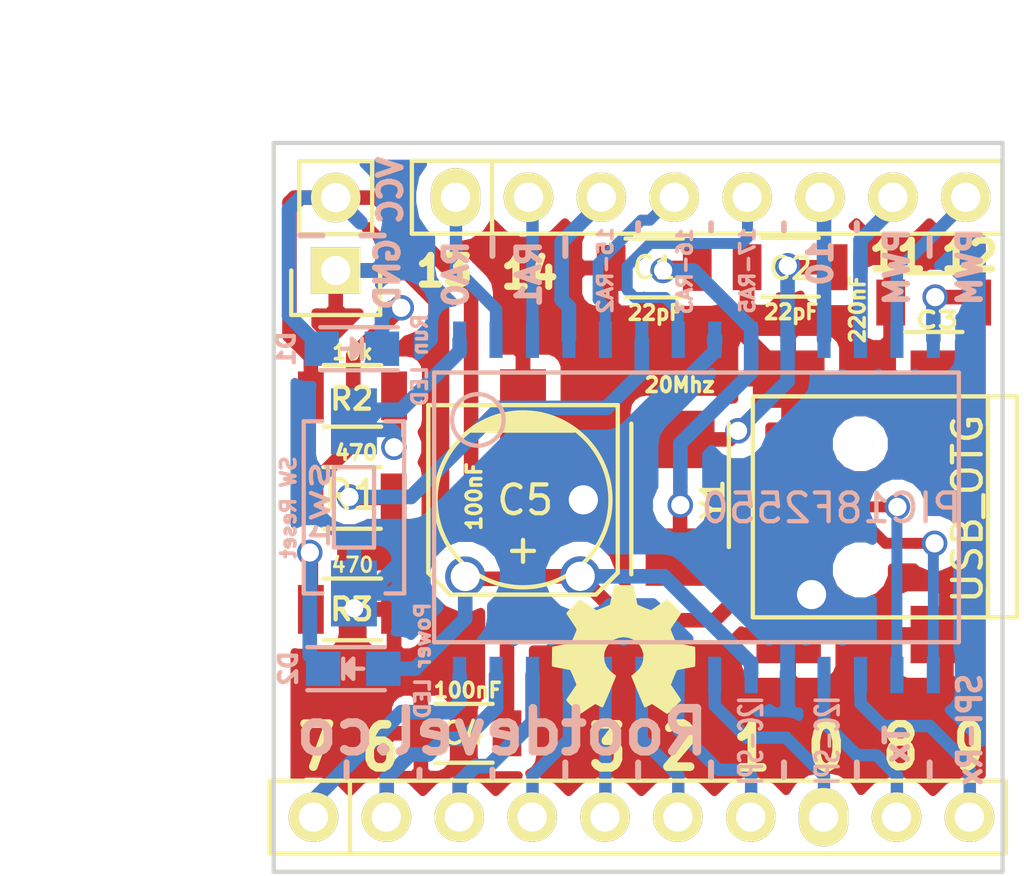
<source format=kicad_pcb>
(kicad_pcb (version 4) (host pcbnew 4.0.4+dfsg1-stable)

  (general
    (links 51)
    (no_connects 0)
    (area 21.689287 16.3373 87.881002 50.381002)
    (thickness 1.6)
    (drawings 72)
    (tracks 278)
    (zones 0)
    (modules 18)
    (nets 30)
  )

  (page USLetter portrait)
  (title_block
    (title Pinguino_SMD-2550)
    (date 2016-07-09)
    (rev 1B)
    (company fAnDrEs)
    (comment 1 Rootdevel)
    (comment 2 Hackesapce)
    (comment 3 http://rootdevel.clockingit.com/)
    (comment 4 http://cc-electrognu.blogspot.com.co/)
  )

  (layers
    (0 F.Cu signal)
    (31 B.Cu signal)
    (32 B.Adhes user)
    (33 F.Adhes user)
    (34 B.Paste user)
    (35 F.Paste user)
    (36 B.SilkS user)
    (37 F.SilkS user)
    (38 B.Mask user)
    (39 F.Mask user)
    (40 Dwgs.User user)
    (41 Cmts.User user)
    (42 Eco1.User user)
    (43 Eco2.User user)
    (44 Edge.Cuts user)
    (45 Margin user)
    (46 B.CrtYd user)
    (47 F.CrtYd user)
    (48 B.Fab user)
    (49 F.Fab user)
  )

  (setup
    (last_trace_width 0.1524)
    (user_trace_width 0.1524)
    (user_trace_width 0.254)
    (user_trace_width 0.3048)
    (user_trace_width 0.381)
    (user_trace_width 0.4318)
    (user_trace_width 0.508)
    (user_trace_width 0.6096)
    (user_trace_width 0.8128)
    (trace_clearance 0.3048)
    (zone_clearance 0.508)
    (zone_45_only no)
    (trace_min 0.1524)
    (segment_width 0.2)
    (edge_width 0.15)
    (via_size 0.889)
    (via_drill 0.635)
    (via_min_size 0.4)
    (via_min_drill 0.3302)
    (user_via 0.508 0.3302)
    (user_via 0.8128 0.508)
    (user_via 1.016 0.4064)
    (user_via 1.2192 0.8128)
    (uvia_size 0.508)
    (uvia_drill 0.127)
    (uvias_allowed no)
    (uvia_min_size 0)
    (uvia_min_drill 0)
    (pcb_text_width 0.3)
    (pcb_text_size 1.5 1.5)
    (mod_edge_width 0.15)
    (mod_text_size 1 1)
    (mod_text_width 0.15)
    (pad_size 2.064 2.064)
    (pad_drill 1.048)
    (pad_to_mask_clearance 0.2)
    (aux_axis_origin 0 0)
    (visible_elements FFFFFF7F)
    (pcbplotparams
      (layerselection 0x000f0_80000001)
      (usegerberextensions false)
      (excludeedgelayer true)
      (linewidth 0.100000)
      (plotframeref false)
      (viasonmask false)
      (mode 1)
      (useauxorigin false)
      (hpglpennumber 1)
      (hpglpenspeed 20)
      (hpglpendiameter 15)
      (hpglpenoverlay 2)
      (psnegative false)
      (psa4output false)
      (plotreference true)
      (plotvalue true)
      (plotinvisibletext false)
      (padsonsilk false)
      (subtractmaskfromsilk false)
      (outputformat 4)
      (mirror false)
      (drillshape 0)
      (scaleselection 1)
      (outputdirectory PCB))
  )

  (net 0 "")
  (net 1 "Net-(C1-Pad1)")
  (net 2 VSS)
  (net 3 "Net-(C2-Pad2)")
  (net 4 "Net-(C3-Pad1)")
  (net 5 VCC)
  (net 6 "Net-(D1-Pad1)")
  (net 7 "Net-(D2-Pad1)")
  (net 8 "Net-(P1-Pad2)")
  (net 9 "Net-(P1-Pad3)")
  (net 10 /PIN_13)
  (net 11 /PIN_14)
  (net 12 /PIN_15)
  (net 13 /PIN_16)
  (net 14 /PIN_17)
  (net 15 /PIN_10)
  (net 16 /PIN_11)
  (net 17 /PIN_12)
  (net 18 /PIN_7)
  (net 19 /PIN_6)
  (net 20 /PIN_5)
  (net 21 /PIN_4)
  (net 22 /PIN_3)
  (net 23 /PIN_2)
  (net 24 /PIN_1)
  (net 25 /PIN_0)
  (net 26 /PIN_8)
  (net 27 /PIN_9)
  (net 28 "Net-(R1-Pad2)")
  (net 29 "Net-(R2-Pad2)")

  (net_class Default "This is the default net class."
    (clearance 0.3048)
    (trace_width 0.1524)
    (via_dia 0.889)
    (via_drill 0.635)
    (uvia_dia 0.508)
    (uvia_drill 0.127)
    (add_net /PIN_0)
    (add_net /PIN_1)
    (add_net /PIN_10)
    (add_net /PIN_11)
    (add_net /PIN_12)
    (add_net /PIN_13)
    (add_net /PIN_14)
    (add_net /PIN_15)
    (add_net /PIN_16)
    (add_net /PIN_17)
    (add_net /PIN_2)
    (add_net /PIN_3)
    (add_net /PIN_4)
    (add_net /PIN_5)
    (add_net /PIN_6)
    (add_net /PIN_7)
    (add_net /PIN_8)
    (add_net /PIN_9)
    (add_net "Net-(C1-Pad1)")
    (add_net "Net-(C2-Pad2)")
    (add_net "Net-(C3-Pad1)")
    (add_net "Net-(D1-Pad1)")
    (add_net "Net-(D2-Pad1)")
    (add_net "Net-(P1-Pad2)")
    (add_net "Net-(P1-Pad3)")
    (add_net "Net-(R1-Pad2)")
    (add_net "Net-(R2-Pad2)")
    (add_net VCC)
    (add_net VSS)
  )

  (net_class POWER ""
    (clearance 0.508)
    (trace_width 1.016)
    (via_dia 1.397)
    (via_drill 1.016)
    (uvia_dia 1.016)
    (uvia_drill 0.254)
  )

  (module LOGO (layer F.Cu) (tedit 0) (tstamp 5862C61F)
    (at 42.672 38.481)
    (fp_text reference G*** (at 0 2.65176) (layer F.SilkS) hide
      (effects (font (size 0.22606 0.22606) (thickness 0.04318)))
    )
    (fp_text value LOGO (at 0 -2.65176) (layer F.SilkS) hide
      (effects (font (size 0.22606 0.22606) (thickness 0.04318)))
    )
    (fp_poly (pts (xy -1.51384 2.24536) (xy -1.48844 2.23012) (xy -1.43002 2.19456) (xy -1.3462 2.13868)
      (xy -1.24714 2.07264) (xy -1.14808 2.0066) (xy -1.0668 1.95326) (xy -1.01092 1.91516)
      (xy -0.98552 1.90246) (xy -0.97282 1.90754) (xy -0.9271 1.9304) (xy -0.85852 1.96596)
      (xy -0.81788 1.98628) (xy -0.75692 2.01168) (xy -0.7239 2.0193) (xy -0.71882 2.00914)
      (xy -0.69596 1.96088) (xy -0.6604 1.8796) (xy -0.61468 1.77038) (xy -0.5588 1.64338)
      (xy -0.50292 1.50876) (xy -0.4445 1.36906) (xy -0.38862 1.23444) (xy -0.34036 1.11506)
      (xy -0.29972 1.01854) (xy -0.27432 0.94996) (xy -0.26416 0.92202) (xy -0.2667 0.9144)
      (xy -0.29972 0.88392) (xy -0.35306 0.84328) (xy -0.47244 0.74676) (xy -0.58928 0.60198)
      (xy -0.6604 0.43688) (xy -0.68326 0.25146) (xy -0.66294 0.08128) (xy -0.5969 -0.08128)
      (xy -0.4826 -0.2286) (xy -0.3429 -0.33782) (xy -0.18034 -0.4064) (xy 0 -0.42926)
      (xy 0.17272 -0.40894) (xy 0.34036 -0.3429) (xy 0.48768 -0.23114) (xy 0.55118 -0.16002)
      (xy 0.63754 -0.01016) (xy 0.6858 0.14732) (xy 0.69088 0.18796) (xy 0.68326 0.36322)
      (xy 0.63246 0.5334) (xy 0.53848 0.68326) (xy 0.40894 0.80772) (xy 0.3937 0.81788)
      (xy 0.33528 0.8636) (xy 0.29464 0.89408) (xy 0.26416 0.91948) (xy 0.48768 1.45796)
      (xy 0.52324 1.54178) (xy 0.5842 1.6891) (xy 0.63754 1.8161) (xy 0.68072 1.9177)
      (xy 0.7112 1.98374) (xy 0.7239 2.01168) (xy 0.7239 2.01422) (xy 0.74422 2.01676)
      (xy 0.78486 2.00152) (xy 0.86106 1.96596) (xy 0.90932 1.94056) (xy 0.96774 1.91262)
      (xy 0.99314 1.90246) (xy 1.016 1.91516) (xy 1.06934 1.95072) (xy 1.15062 2.00406)
      (xy 1.24714 2.06756) (xy 1.33858 2.13106) (xy 1.4224 2.18694) (xy 1.48336 2.22504)
      (xy 1.51384 2.24282) (xy 1.51892 2.24282) (xy 1.54432 2.22758) (xy 1.59258 2.18694)
      (xy 1.66624 2.11836) (xy 1.77038 2.01422) (xy 1.78562 1.99898) (xy 1.87198 1.91262)
      (xy 1.94056 1.83896) (xy 1.98628 1.78816) (xy 2.00406 1.7653) (xy 2.00406 1.7653)
      (xy 1.98882 1.73482) (xy 1.95072 1.67386) (xy 1.89484 1.5875) (xy 1.82626 1.48844)
      (xy 1.64846 1.22936) (xy 1.74498 0.98552) (xy 1.77546 0.90932) (xy 1.81356 0.82042)
      (xy 1.8415 0.75438) (xy 1.85674 0.72644) (xy 1.88214 0.71628) (xy 1.95072 0.70104)
      (xy 2.04724 0.68072) (xy 2.16154 0.6604) (xy 2.2733 0.64008) (xy 2.37236 0.61976)
      (xy 2.44348 0.60706) (xy 2.4765 0.59944) (xy 2.48412 0.59436) (xy 2.49174 0.57912)
      (xy 2.49428 0.5461) (xy 2.49682 0.48514) (xy 2.49936 0.39116) (xy 2.49936 0.25146)
      (xy 2.49936 0.23622) (xy 2.49682 0.10668) (xy 2.49428 0) (xy 2.49174 -0.06604)
      (xy 2.48666 -0.09398) (xy 2.48666 -0.09398) (xy 2.45618 -0.1016) (xy 2.38506 -0.11684)
      (xy 2.286 -0.13462) (xy 2.16662 -0.15748) (xy 2.159 -0.16002) (xy 2.04216 -0.18288)
      (xy 1.9431 -0.2032) (xy 1.87198 -0.21844) (xy 1.84404 -0.2286) (xy 1.83642 -0.23622)
      (xy 1.81356 -0.28194) (xy 1.78054 -0.3556) (xy 1.7399 -0.4445) (xy 1.7018 -0.53848)
      (xy 1.66878 -0.6223) (xy 1.64592 -0.68326) (xy 1.6383 -0.7112) (xy 1.64084 -0.71374)
      (xy 1.65862 -0.74168) (xy 1.69926 -0.80264) (xy 1.75514 -0.88646) (xy 1.82372 -0.98806)
      (xy 1.8288 -0.99568) (xy 1.89738 -1.09474) (xy 1.95326 -1.1811) (xy 1.98882 -1.23952)
      (xy 2.00406 -1.26746) (xy 2.00406 -1.27) (xy 1.9812 -1.30048) (xy 1.9304 -1.35636)
      (xy 1.85674 -1.43256) (xy 1.77038 -1.52146) (xy 1.74244 -1.54686) (xy 1.64338 -1.64338)
      (xy 1.57734 -1.70434) (xy 1.53416 -1.73736) (xy 1.51384 -1.74498) (xy 1.51384 -1.74498)
      (xy 1.48336 -1.7272) (xy 1.41986 -1.68656) (xy 1.33604 -1.62814) (xy 1.23444 -1.55956)
      (xy 1.22682 -1.55448) (xy 1.12776 -1.4859) (xy 1.04394 -1.43002) (xy 0.98552 -1.38938)
      (xy 0.95758 -1.37414) (xy 0.95504 -1.37414) (xy 0.9144 -1.38684) (xy 0.84328 -1.41224)
      (xy 0.75438 -1.44526) (xy 0.66294 -1.48336) (xy 0.57912 -1.51892) (xy 0.51562 -1.54686)
      (xy 0.48514 -1.56464) (xy 0.48514 -1.56464) (xy 0.47498 -1.6002) (xy 0.4572 -1.6764)
      (xy 0.43688 -1.778) (xy 0.41148 -1.89992) (xy 0.40894 -1.92024) (xy 0.38608 -2.03962)
      (xy 0.3683 -2.13868) (xy 0.35306 -2.20726) (xy 0.34544 -2.2352) (xy 0.3302 -2.23774)
      (xy 0.27178 -2.24282) (xy 0.18288 -2.24536) (xy 0.07366 -2.24536) (xy -0.0381 -2.24536)
      (xy -0.14732 -2.24282) (xy -0.2413 -2.24028) (xy -0.30988 -2.2352) (xy -0.33782 -2.23012)
      (xy -0.33782 -2.22758) (xy -0.34798 -2.18948) (xy -0.36576 -2.11582) (xy -0.38608 -2.01168)
      (xy -0.40894 -1.88976) (xy -0.41402 -1.8669) (xy -0.43688 -1.75006) (xy -0.4572 -1.651)
      (xy -0.4699 -1.58496) (xy -0.47752 -1.55702) (xy -0.49022 -1.55194) (xy -0.53848 -1.53162)
      (xy -0.61722 -1.4986) (xy -0.71628 -1.45796) (xy -0.94488 -1.36652) (xy -1.22682 -1.55702)
      (xy -1.25222 -1.5748) (xy -1.35382 -1.64338) (xy -1.4351 -1.69926) (xy -1.49352 -1.73736)
      (xy -1.51638 -1.75006) (xy -1.51892 -1.75006) (xy -1.54686 -1.72466) (xy -1.60274 -1.67132)
      (xy -1.67894 -1.59766) (xy -1.76784 -1.5113) (xy -1.83134 -1.44526) (xy -1.91008 -1.36652)
      (xy -1.95834 -1.31318) (xy -1.98628 -1.28016) (xy -1.9939 -1.25984) (xy -1.99136 -1.2446)
      (xy -1.97358 -1.21666) (xy -1.93294 -1.1557) (xy -1.87452 -1.06934) (xy -1.80594 -0.97028)
      (xy -1.75006 -0.88646) (xy -1.6891 -0.79248) (xy -1.651 -0.72644) (xy -1.63576 -0.69342)
      (xy -1.64084 -0.68072) (xy -1.65862 -0.62484) (xy -1.69418 -0.54102) (xy -1.73482 -0.44196)
      (xy -1.83388 -0.22098) (xy -1.97866 -0.19304) (xy -2.06756 -0.17526) (xy -2.18948 -0.1524)
      (xy -2.30886 -0.12954) (xy -2.49174 -0.09398) (xy -2.49936 0.58166) (xy -2.47142 0.59436)
      (xy -2.44348 0.60198) (xy -2.3749 0.61722) (xy -2.27838 0.63754) (xy -2.16154 0.65786)
      (xy -2.06502 0.67564) (xy -1.96596 0.69596) (xy -1.89484 0.70866) (xy -1.86436 0.71628)
      (xy -1.8542 0.72644) (xy -1.83134 0.7747) (xy -1.79578 0.8509) (xy -1.75514 0.94234)
      (xy -1.71704 1.03632) (xy -1.68148 1.12522) (xy -1.65862 1.19126) (xy -1.64846 1.22428)
      (xy -1.66116 1.25222) (xy -1.69926 1.31064) (xy -1.7526 1.39192) (xy -1.82118 1.49098)
      (xy -1.88722 1.5875) (xy -1.94564 1.67132) (xy -1.98374 1.73228) (xy -2.00152 1.76022)
      (xy -1.99136 1.778) (xy -1.95326 1.82626) (xy -1.8796 1.90246) (xy -1.76784 2.01168)
      (xy -1.75006 2.02946) (xy -1.6637 2.11328) (xy -1.59004 2.18186) (xy -1.5367 2.22758)
      (xy -1.51384 2.24536)) (layer F.SilkS) (width 0.00254))
  )

  (module Buttons_Switches_SMD:SW_SMD_1181 (layer B.Cu) (tedit 57AE5F40) (tstamp 578162CD)
    (at 33.274 33.528 90)
    (descr "Light Touch Switch")
    (path /577DDEEE)
    (attr smd)
    (fp_text reference SW1 (at 0.0762 -1.1684 90) (layer B.SilkS)
      (effects (font (size 0.6 1) (thickness 0.15)) (justify mirror))
    )
    (fp_text value "SW Reset" (at 0 -2.286 90) (layer B.SilkS)
      (effects (font (size 0.508 0.508) (thickness 0.127)) (justify mirror))
    )
    (fp_line (start -1.4 0.7) (end 1.4 0.7) (layer B.SilkS) (width 0.15))
    (fp_line (start 1.4 0.7) (end 1.4 -0.7) (layer B.SilkS) (width 0.15))
    (fp_line (start 1.4 -0.7) (end -1.4 -0.7) (layer B.SilkS) (width 0.15))
    (fp_line (start -1.4 -0.7) (end -1.4 0.7) (layer B.SilkS) (width 0.15))
    (fp_line (start -3.95 2) (end 3.95 2) (layer B.CrtYd) (width 0.05))
    (fp_line (start 3.95 2) (end 3.95 -2) (layer B.CrtYd) (width 0.05))
    (fp_line (start 3.95 -2) (end -3.95 -2) (layer B.CrtYd) (width 0.05))
    (fp_line (start -3.95 -2) (end -3.95 2) (layer B.CrtYd) (width 0.05))
    (fp_line (start 3 1.75) (end 3 1.1) (layer B.SilkS) (width 0.15))
    (fp_line (start 3 -1.75) (end 3 -1.1) (layer B.SilkS) (width 0.15))
    (fp_line (start -3 -1.1) (end -3 -1.75) (layer B.SilkS) (width 0.15))
    (fp_line (start -3 1.75) (end -3 1.1) (layer B.SilkS) (width 0.15))
    (fp_line (start 3 1.75) (end -3 1.75) (layer B.SilkS) (width 0.15))
    (fp_line (start -3 -1.75) (end 3 -1.75) (layer B.SilkS) (width 0.15))
    (pad 2 smd rect (at 3 0 90) (size 2.3 1.6) (layers B.Cu B.Paste B.Mask)
      (net 29 "Net-(R2-Pad2)"))
    (pad 1 smd rect (at -3 0 90) (size 2.3 1.6) (layers B.Cu B.Paste B.Mask)
      (net 2 VSS))
    (model Buttons_Switches_SMD.3dshapes/SW_SMD_1181.wrl
      (at (xyz 0 0 0))
      (scale (xyz 1 1 1))
      (rotate (xyz 0 0 0))
    )
  )

  (module Socket_Strips:Socket_Strip_Straight_1x08 (layer F.Cu) (tedit 579E23B3) (tstamp 5789486C)
    (at 36.8173 22.7203)
    (descr "Through hole socket strip")
    (tags "socket strip")
    (path /57815CD5)
    (fp_text reference P2 (at 0 -5.1) (layer F.SilkS) hide
      (effects (font (size 1 1) (thickness 0.15)))
    )
    (fp_text value CONN_01X08 (at 0 -3.1) (layer F.Fab) hide
      (effects (font (size 1 1) (thickness 0.15)))
    )
    (fp_line (start -1.524 1.27) (end 1.27 1.27) (layer F.SilkS) (width 0.15))
    (fp_line (start -1.524 -1.27) (end -1.524 1.27) (layer F.SilkS) (width 0.15))
    (fp_line (start 1.27 -1.27) (end -1.524 -1.27) (layer F.SilkS) (width 0.15))
    (fp_line (start -1.75 -1.75) (end -1.75 1.75) (layer F.CrtYd) (width 0.05))
    (fp_line (start 19.55 -1.75) (end 19.55 1.75) (layer F.CrtYd) (width 0.05))
    (fp_line (start -1.75 -1.75) (end 19.55 -1.75) (layer F.CrtYd) (width 0.05))
    (fp_line (start -1.75 1.75) (end 19.55 1.75) (layer F.CrtYd) (width 0.05))
    (fp_line (start 1.27 1.27) (end 19.05 1.27) (layer F.SilkS) (width 0.15))
    (fp_line (start 19.05 1.27) (end 19.05 -1.27) (layer F.SilkS) (width 0.15))
    (fp_line (start 19.05 -1.27) (end 1.27 -1.27) (layer F.SilkS) (width 0.15))
    (fp_line (start 1.27 1.27) (end 1.27 -1.27) (layer F.SilkS) (width 0.15))
    (pad 1 thru_hole oval (at 0 0) (size 1.7272 2.032) (drill 1.016) (layers *.Cu *.Mask F.SilkS)
      (net 10 /PIN_13))
    (pad 2 thru_hole circle (at 2.54 0) (size 1.7272 1.7272) (drill 1.016) (layers *.Cu *.Mask F.SilkS)
      (net 11 /PIN_14))
    (pad 3 thru_hole circle (at 5.08 0) (size 1.7272 1.7272) (drill 1.016) (layers *.Cu *.Mask F.SilkS)
      (net 12 /PIN_15))
    (pad 4 thru_hole circle (at 7.62 0) (size 1.7272 1.7272) (drill 1.016) (layers *.Cu *.Mask F.SilkS)
      (net 13 /PIN_16))
    (pad 5 thru_hole circle (at 10.16 0) (size 1.7272 1.7272) (drill 1.016) (layers *.Cu *.Mask F.SilkS)
      (net 14 /PIN_17))
    (pad 6 thru_hole circle (at 12.7 0) (size 1.7272 1.7272) (drill 1.016) (layers *.Cu *.Mask F.SilkS)
      (net 15 /PIN_10))
    (pad 7 thru_hole circle (at 15.24 0) (size 1.7272 1.7272) (drill 1.016) (layers *.Cu *.Mask F.SilkS)
      (net 16 /PIN_11))
    (pad 8 thru_hole circle (at 17.78 0) (size 1.7272 1.7272) (drill 1.016) (layers *.Cu *.Mask F.SilkS)
      (net 17 /PIN_12))
    (model Socket_Strips.3dshapes/Socket_Strip_Straight_1x08.wrl
      (at (xyz 0.35 0 0))
      (scale (xyz 1 1 1))
      (rotate (xyz 0 0 180))
    )
  )

  (module Socket_Strips:Socket_Strip_Straight_1x10 (layer F.Cu) (tedit 579E2394) (tstamp 5789487C)
    (at 31.8643 44.323)
    (descr "Through hole socket strip")
    (tags "socket strip")
    (path /57815E2A)
    (fp_text reference P4 (at 23.749 -0.127 270) (layer F.SilkS) hide
      (effects (font (size 1 1) (thickness 0.15)))
    )
    (fp_text value CONN_01X10 (at 0 -3.1) (layer F.Fab) hide
      (effects (font (size 1 1) (thickness 0.15)))
    )
    (fp_line (start -1.524 1.27) (end 1.27 1.27) (layer F.SilkS) (width 0.15))
    (fp_line (start -1.524 -1.27) (end -1.524 1.27) (layer F.SilkS) (width 0.15))
    (fp_line (start 1.27 -1.27) (end -1.524 -1.27) (layer F.SilkS) (width 0.15))
    (fp_line (start -1.75 -1.75) (end -1.75 1.75) (layer F.CrtYd) (width 0.05))
    (fp_line (start 24.65 -1.75) (end 24.65 1.75) (layer F.CrtYd) (width 0.05))
    (fp_line (start -1.75 -1.75) (end 24.65 -1.75) (layer F.CrtYd) (width 0.05))
    (fp_line (start -1.75 1.75) (end 24.65 1.75) (layer F.CrtYd) (width 0.05))
    (fp_line (start 1.27 1.27) (end 24.13 1.27) (layer F.SilkS) (width 0.15))
    (fp_line (start 24.13 1.27) (end 24.13 -1.27) (layer F.SilkS) (width 0.15))
    (fp_line (start 24.13 -1.27) (end 1.27 -1.27) (layer F.SilkS) (width 0.15))
    (fp_line (start 1.27 1.27) (end 1.27 -1.27) (layer F.SilkS) (width 0.15))
    (pad 1 thru_hole circle (at 0 0) (size 1.7272 1.7272) (drill 1.016) (layers *.Cu *.Mask F.SilkS)
      (net 18 /PIN_7))
    (pad 2 thru_hole circle (at 2.54 0) (size 1.7272 1.7272) (drill 1.016) (layers *.Cu *.Mask F.SilkS)
      (net 19 /PIN_6))
    (pad 3 thru_hole circle (at 5.08 0) (size 1.7272 1.7272) (drill 1.016) (layers *.Cu *.Mask F.SilkS)
      (net 20 /PIN_5))
    (pad 4 thru_hole circle (at 7.62 0) (size 1.7272 1.7272) (drill 1.016) (layers *.Cu *.Mask F.SilkS)
      (net 21 /PIN_4))
    (pad 5 thru_hole circle (at 10.16 0) (size 1.7272 1.7272) (drill 1.016) (layers *.Cu *.Mask F.SilkS)
      (net 22 /PIN_3))
    (pad 6 thru_hole circle (at 12.7 0) (size 1.7272 1.7272) (drill 1.016) (layers *.Cu *.Mask F.SilkS)
      (net 23 /PIN_2))
    (pad 7 thru_hole circle (at 15.24 0) (size 1.7272 1.7272) (drill 1.016) (layers *.Cu *.Mask F.SilkS)
      (net 24 /PIN_1))
    (pad 8 thru_hole oval (at 17.78 0) (size 1.7272 2.032) (drill 1.016) (layers *.Cu *.Mask F.SilkS)
      (net 25 /PIN_0))
    (pad 9 thru_hole circle (at 20.32 0) (size 1.7272 1.7272) (drill 1.016) (layers *.Cu *.Mask F.SilkS)
      (net 26 /PIN_8))
    (pad 10 thru_hole circle (at 22.86 0) (size 1.7272 1.7272) (drill 1.016) (layers *.Cu *.Mask F.SilkS)
      (net 27 /PIN_9))
    (model Socket_Strips.3dshapes/Socket_Strip_Straight_1x10.wrl
      (at (xyz 0.45 0 0))
      (scale (xyz 1 1 1))
      (rotate (xyz 0 0 180))
    )
  )

  (module "Crystal SMD:Crystal_SMD_5032_2Pads" (layer F.Cu) (tedit 57E411F5) (tstamp 57880BDA)
    (at 44.6405 33.2105 90)
    (descr "Ceramic SMD crystal, 5.0x3.2mm, 2 Pads")
    (tags "crystal oscillator quartz SMD SMT 5032")
    (path /577E0A81)
    (attr smd)
    (fp_text reference Y1 (at -0.0381 1.1303 270) (layer F.SilkS)
      (effects (font (size 0.762 0.762) (thickness 0.15)))
    )
    (fp_text value 20Mhz (at 3.9497 -0.0127 180) (layer F.SilkS)
      (effects (font (size 0.508 0.508) (thickness 0.127)))
    )
    (fp_line (start 3.6 2.2) (end 3.6 -2.2) (layer F.CrtYd) (width 0.05))
    (fp_line (start -3.6 2.2) (end 3.6 2.2) (layer F.CrtYd) (width 0.05))
    (fp_line (start -3.6 -2.2) (end -3.6 2.2) (layer F.CrtYd) (width 0.05))
    (fp_line (start 3.6 -2.2) (end -3.6 -2.2) (layer F.CrtYd) (width 0.05))
    (fp_line (start 2.6 1.7) (end -1.7 1.7) (layer F.SilkS) (width 0.15))
    (fp_line (start -2.65 -1.7) (end 2.6 -1.7) (layer F.SilkS) (width 0.15))
    (pad 1 smd rect (at -2.05 0 90) (size 2 2.4) (layers F.Cu F.Paste F.Mask)
      (net 1 "Net-(C1-Pad1)"))
    (pad 2 smd rect (at 2.05 0 90) (size 2 2.4) (layers F.Cu F.Paste F.Mask)
      (net 3 "Net-(C2-Pad2)"))
    (model Crystals.3dshapes/Crystal_SMD_5032_2Pads.wrl
      (at (xyz 0 0 0))
      (scale (xyz 0.3937 0.3937 0.3937))
      (rotate (xyz 0 0 0))
    )
  )

  (module Capacitors_SMD:C_1206 (layer F.Cu) (tedit 579E243C) (tstamp 57816262)
    (at 43.7388 25.1841 180)
    (descr "Capacitor SMD 1206, reflow soldering, AVX (see smccp.pdf)")
    (tags "capacitor 1206")
    (path /577DDC56)
    (attr smd)
    (fp_text reference C1 (at 0 0.0127 180) (layer F.SilkS)
      (effects (font (size 0.762 0.762) (thickness 0.127)))
    )
    (fp_text value 22pF (at -0.0254 -1.5621 360) (layer F.SilkS)
      (effects (font (size 0.508 0.508) (thickness 0.127)))
    )
    (fp_line (start -2.3 -1.15) (end 2.3 -1.15) (layer F.CrtYd) (width 0.05))
    (fp_line (start -2.3 1.15) (end 2.3 1.15) (layer F.CrtYd) (width 0.05))
    (fp_line (start -2.3 -1.15) (end -2.3 1.15) (layer F.CrtYd) (width 0.05))
    (fp_line (start 2.3 -1.15) (end 2.3 1.15) (layer F.CrtYd) (width 0.05))
    (fp_line (start 1 -1.025) (end -1 -1.025) (layer F.SilkS) (width 0.15))
    (fp_line (start -1 1.025) (end 1 1.025) (layer F.SilkS) (width 0.15))
    (pad 1 smd rect (at -1.5 0 180) (size 1 1.6) (layers F.Cu F.Paste F.Mask)
      (net 1 "Net-(C1-Pad1)"))
    (pad 2 smd rect (at 1.5 0 180) (size 1 1.6) (layers F.Cu F.Paste F.Mask)
      (net 2 VSS))
    (model Capacitors_SMD.3dshapes/C_1206.wrl
      (at (xyz 0 0 0))
      (scale (xyz 1 1 1))
      (rotate (xyz 0 0 0))
    )
  )

  (module Capacitors_SMD:C_1206 (layer F.Cu) (tedit 579E2477) (tstamp 57816268)
    (at 48.4759 25.1587)
    (descr "Capacitor SMD 1206, reflow soldering, AVX (see smccp.pdf)")
    (tags "capacitor 1206")
    (path /577DDC8F)
    (attr smd)
    (fp_text reference C2 (at 0.0127 0.0381) (layer F.SilkS)
      (effects (font (size 0.762 0.762) (thickness 0.127)))
    )
    (fp_text value 22pF (at 0.0381 1.5621) (layer F.SilkS)
      (effects (font (size 0.508 0.508) (thickness 0.127)))
    )
    (fp_line (start -2.3 -1.15) (end 2.3 -1.15) (layer F.CrtYd) (width 0.05))
    (fp_line (start -2.3 1.15) (end 2.3 1.15) (layer F.CrtYd) (width 0.05))
    (fp_line (start -2.3 -1.15) (end -2.3 1.15) (layer F.CrtYd) (width 0.05))
    (fp_line (start 2.3 -1.15) (end 2.3 1.15) (layer F.CrtYd) (width 0.05))
    (fp_line (start 1 -1.025) (end -1 -1.025) (layer F.SilkS) (width 0.15))
    (fp_line (start -1 1.025) (end 1 1.025) (layer F.SilkS) (width 0.15))
    (pad 1 smd rect (at -1.5 0) (size 1 1.6) (layers F.Cu F.Paste F.Mask)
      (net 2 VSS))
    (pad 2 smd rect (at 1.5 0) (size 1 1.6) (layers F.Cu F.Paste F.Mask)
      (net 3 "Net-(C2-Pad2)"))
    (model Capacitors_SMD.3dshapes/C_1206.wrl
      (at (xyz 0 0 0))
      (scale (xyz 1 1 1))
      (rotate (xyz 0 0 0))
    )
  )

  (module Capacitors_SMD:C_1206 (layer F.Cu) (tedit 5890C31C) (tstamp 5781626E)
    (at 53.4797 26.3906 180)
    (descr "Capacitor SMD 1206, reflow soldering, AVX (see smccp.pdf)")
    (tags "capacitor 1206")
    (path /577DDC30)
    (attr smd)
    (fp_text reference C3 (at -0.1143 -0.6096 180) (layer F.SilkS)
      (effects (font (size 0.56 0.762) (thickness 0.14)))
    )
    (fp_text value 220nF (at 2.6543 -0.2286 450) (layer F.SilkS)
      (effects (font (size 0.508 0.508) (thickness 0.125)))
    )
    (fp_line (start -2.3 -1.15) (end 2.3 -1.15) (layer F.CrtYd) (width 0.05))
    (fp_line (start -2.3 1.15) (end 2.3 1.15) (layer F.CrtYd) (width 0.05))
    (fp_line (start -2.3 -1.15) (end -2.3 1.15) (layer F.CrtYd) (width 0.05))
    (fp_line (start 2.3 -1.15) (end 2.3 1.15) (layer F.CrtYd) (width 0.05))
    (fp_line (start 1 -1.025) (end -1 -1.025) (layer F.SilkS) (width 0.15))
    (fp_line (start -1 1.025) (end 1 1.025) (layer F.SilkS) (width 0.15))
    (pad 1 smd rect (at -1.5 0 180) (size 1 1.6) (layers F.Cu F.Paste F.Mask)
      (net 4 "Net-(C3-Pad1)"))
    (pad 2 smd rect (at 1.5 0 180) (size 1 1.6) (layers F.Cu F.Paste F.Mask)
      (net 2 VSS))
    (model Capacitors_SMD.3dshapes/C_1206.wrl
      (at (xyz 0 0 0))
      (scale (xyz 1 1 1))
      (rotate (xyz 0 0 0))
    )
  )

  (module Capacitors_SMD:C_1206 (layer F.Cu) (tedit 579E2302) (tstamp 57816274)
    (at 37.108 41.402)
    (descr "Capacitor SMD 1206, reflow soldering, AVX (see smccp.pdf)")
    (tags "capacitor 1206")
    (path /577DE1E3)
    (attr smd)
    (fp_text reference C4 (at -0.024 0) (layer F.SilkS)
      (effects (font (size 0.762 0.762) (thickness 0.127)))
    )
    (fp_text value 100nF (at 0.1284 -1.4986 180) (layer F.SilkS)
      (effects (font (size 0.508 0.508) (thickness 0.127)))
    )
    (fp_line (start -2.3 -1.15) (end 2.3 -1.15) (layer F.CrtYd) (width 0.05))
    (fp_line (start -2.3 1.15) (end 2.3 1.15) (layer F.CrtYd) (width 0.05))
    (fp_line (start -2.3 -1.15) (end -2.3 1.15) (layer F.CrtYd) (width 0.05))
    (fp_line (start 2.3 -1.15) (end 2.3 1.15) (layer F.CrtYd) (width 0.05))
    (fp_line (start 1 -1.025) (end -1 -1.025) (layer F.SilkS) (width 0.15))
    (fp_line (start -1 1.025) (end 1 1.025) (layer F.SilkS) (width 0.15))
    (pad 1 smd rect (at -1.5 0) (size 1 1.6) (layers F.Cu F.Paste F.Mask)
      (net 2 VSS))
    (pad 2 smd rect (at 1.5 0) (size 1 1.6) (layers F.Cu F.Paste F.Mask)
      (net 5 VCC))
    (model Capacitors_SMD.3dshapes/C_1206.wrl
      (at (xyz 0 0 0))
      (scale (xyz 1 1 1))
      (rotate (xyz 0 0 0))
    )
  )

  (module LEDs:LED_0805 (layer B.Cu) (tedit 579E4753) (tstamp 57816280)
    (at 33.20098 28 180)
    (descr "LED 0805 smd package")
    (tags "LED 0805 SMD")
    (path /577DDE05)
    (attr smd)
    (fp_text reference D1 (at 2.29362 0 270) (layer B.SilkS)
      (effects (font (size 0.6 0.6) (thickness 0.15)) (justify mirror))
    )
    (fp_text value "Run LED" (at -2.36902 -0.4 270) (layer B.SilkS)
      (effects (font (size 0.508 0.508) (thickness 0.127)) (justify mirror))
    )
    (fp_line (start -1.6 -0.75) (end 1.1 -0.75) (layer B.SilkS) (width 0.15))
    (fp_line (start -1.6 0.75) (end 1.1 0.75) (layer B.SilkS) (width 0.15))
    (fp_line (start -0.1 -0.15) (end -0.1 0.1) (layer B.SilkS) (width 0.15))
    (fp_line (start -0.1 0.1) (end -0.25 -0.05) (layer B.SilkS) (width 0.15))
    (fp_line (start -0.35 0.35) (end -0.35 -0.35) (layer B.SilkS) (width 0.15))
    (fp_line (start 0 0) (end 0.35 0) (layer B.SilkS) (width 0.15))
    (fp_line (start -0.35 0) (end 0 0.35) (layer B.SilkS) (width 0.15))
    (fp_line (start 0 0.35) (end 0 -0.35) (layer B.SilkS) (width 0.15))
    (fp_line (start 0 -0.35) (end -0.35 0) (layer B.SilkS) (width 0.15))
    (fp_line (start 1.9 0.95) (end 1.9 -0.95) (layer B.CrtYd) (width 0.05))
    (fp_line (start 1.9 -0.95) (end -1.9 -0.95) (layer B.CrtYd) (width 0.05))
    (fp_line (start -1.9 -0.95) (end -1.9 0.95) (layer B.CrtYd) (width 0.05))
    (fp_line (start -1.9 0.95) (end 1.9 0.95) (layer B.CrtYd) (width 0.05))
    (pad 2 smd rect (at 1.04902 0) (size 1.19888 1.19888) (layers B.Cu B.Paste B.Mask)
      (net 5 VCC))
    (pad 1 smd rect (at -1.04902 0) (size 1.19888 1.19888) (layers B.Cu B.Paste B.Mask)
      (net 6 "Net-(D1-Pad1)"))
    (model LEDs.3dshapes/LED_0805.wrl
      (at (xyz 0 0 0))
      (scale (xyz 1 1 1))
      (rotate (xyz 0 0 0))
    )
  )

  (module LEDs:LED_0805 (layer B.Cu) (tedit 579E4764) (tstamp 57816286)
    (at 33.25 39.15)
    (descr "LED 0805 smd package")
    (tags "LED 0805 SMD")
    (path /577DE591)
    (attr smd)
    (fp_text reference D2 (at -2.262 -0.0086 90) (layer B.SilkS)
      (effects (font (size 0.6 0.6) (thickness 0.15)) (justify mirror))
    )
    (fp_text value "Power LED" (at 2.42 -0.28 90) (layer B.SilkS)
      (effects (font (size 0.508 0.508) (thickness 0.127)) (justify mirror))
    )
    (fp_line (start -1.6 -0.75) (end 1.1 -0.75) (layer B.SilkS) (width 0.15))
    (fp_line (start -1.6 0.75) (end 1.1 0.75) (layer B.SilkS) (width 0.15))
    (fp_line (start -0.1 -0.15) (end -0.1 0.1) (layer B.SilkS) (width 0.15))
    (fp_line (start -0.1 0.1) (end -0.25 -0.05) (layer B.SilkS) (width 0.15))
    (fp_line (start -0.35 0.35) (end -0.35 -0.35) (layer B.SilkS) (width 0.15))
    (fp_line (start 0 0) (end 0.35 0) (layer B.SilkS) (width 0.15))
    (fp_line (start -0.35 0) (end 0 0.35) (layer B.SilkS) (width 0.15))
    (fp_line (start 0 0.35) (end 0 -0.35) (layer B.SilkS) (width 0.15))
    (fp_line (start 0 -0.35) (end -0.35 0) (layer B.SilkS) (width 0.15))
    (fp_line (start 1.9 0.95) (end 1.9 -0.95) (layer B.CrtYd) (width 0.05))
    (fp_line (start 1.9 -0.95) (end -1.9 -0.95) (layer B.CrtYd) (width 0.05))
    (fp_line (start -1.9 -0.95) (end -1.9 0.95) (layer B.CrtYd) (width 0.05))
    (fp_line (start -1.9 0.95) (end 1.9 0.95) (layer B.CrtYd) (width 0.05))
    (pad 2 smd rect (at 1.04902 0 180) (size 1.19888 1.19888) (layers B.Cu B.Paste B.Mask)
      (net 5 VCC))
    (pad 1 smd rect (at -1.04902 0 180) (size 1.19888 1.19888) (layers B.Cu B.Paste B.Mask)
      (net 7 "Net-(D2-Pad1)"))
    (model LEDs.3dshapes/LED_0805.wrl
      (at (xyz 0 0 0))
      (scale (xyz 1 1 1))
      (rotate (xyz 0 0 0))
    )
  )

  (module Connect:USB_Mini-B (layer F.Cu) (tedit 57AE783F) (tstamp 57816295)
    (at 51.77536 33.51022 180)
    (descr "USB Mini-B 5-pin SMD connector")
    (tags "USB USB_B USB_Mini connector")
    (path /577DE2B0)
    (attr smd)
    (fp_text reference P1 (at 0.89916 0.08382 270) (layer F.SilkS) hide
      (effects (font (size 1 1) (thickness 0.15)))
    )
    (fp_text value USB_OTG (at -2.88544 -0.06858 270) (layer F.SilkS)
      (effects (font (size 1 1) (thickness 0.15)))
    )
    (fp_line (start -4.85 -5.7) (end 4.85 -5.7) (layer F.CrtYd) (width 0.05))
    (fp_line (start 4.85 -5.7) (end 4.85 5.7) (layer F.CrtYd) (width 0.05))
    (fp_line (start 4.85 5.7) (end -4.85 5.7) (layer F.CrtYd) (width 0.05))
    (fp_line (start -4.85 5.7) (end -4.85 -5.7) (layer F.CrtYd) (width 0.05))
    (fp_line (start -3.59918 -3.85064) (end -3.59918 3.85064) (layer F.SilkS) (width 0.15))
    (fp_line (start -4.59994 -3.85064) (end -4.59994 3.85064) (layer F.SilkS) (width 0.15))
    (fp_line (start -4.59994 3.85064) (end 4.59994 3.85064) (layer F.SilkS) (width 0.15))
    (fp_line (start 4.59994 3.85064) (end 4.59994 -3.85064) (layer F.SilkS) (width 0.15))
    (fp_line (start 4.59994 -3.85064) (end -4.59994 -3.85064) (layer F.SilkS) (width 0.15))
    (pad 1 smd rect (at 3.44932 -1.6002 180) (size 2.30124 0.50038) (layers F.Cu F.Paste F.Mask)
      (net 5 VCC))
    (pad 2 smd rect (at 3.44932 -0.8001 180) (size 2.30124 0.50038) (layers F.Cu F.Paste F.Mask)
      (net 8 "Net-(P1-Pad2)"))
    (pad 3 smd rect (at 3.44932 0 180) (size 2.30124 0.50038) (layers F.Cu F.Paste F.Mask)
      (net 9 "Net-(P1-Pad3)"))
    (pad 4 smd rect (at 3.44932 0.8001 180) (size 2.30124 0.50038) (layers F.Cu F.Paste F.Mask))
    (pad 5 smd rect (at 3.44932 1.6002 180) (size 2.30124 0.50038) (layers F.Cu F.Paste F.Mask)
      (net 2 VSS))
    (pad 6 smd rect (at 3.35026 -4.45008 180) (size 2.24536 1.99898) (layers F.Cu F.Paste F.Mask)
      (net 2 VSS))
    (pad 6 smd rect (at -2.14884 -4.45008 180) (size 2.49936 1.99898) (layers F.Cu F.Paste F.Mask)
      (net 2 VSS))
    (pad 6 smd rect (at 3.35026 4.45008 180) (size 2.49936 1.99898) (layers F.Cu F.Paste F.Mask)
      (net 2 VSS))
    (pad 6 smd rect (at -2.14884 4.45008 180) (size 2.49936 1.99898) (layers F.Cu F.Paste F.Mask)
      (net 2 VSS))
    (pad "" np_thru_hole circle (at 0.8509 -2.19964 180) (size 0.89916 0.89916) (drill 0.89916) (layers *.Cu *.Mask F.SilkS))
    (pad "" np_thru_hole circle (at 0.8509 2.19964 180) (size 0.89916 0.89916) (drill 0.89916) (layers *.Cu *.Mask F.SilkS))
    (model Connect.3dshapes/USB_Mini_B.wrl
      (at (xyz 0 0 0))
      (scale (xyz 1 1 1))
      (rotate (xyz 0 0 0))
    )
  )

  (module Resistors_SMD:R_1206 (layer F.Cu) (tedit 579E2429) (tstamp 578162BB)
    (at 33.20796 33.1978)
    (descr "Resistor SMD 1206, reflow soldering, Vishay (see dcrcw.pdf)")
    (tags "resistor 1206")
    (path /577DDCFC)
    (attr smd)
    (fp_text reference R1 (at -0.01016 -0.1016) (layer F.SilkS)
      (effects (font (size 1 1) (thickness 0.15)))
    )
    (fp_text value 470 (at 0.14224 -1.5748 180) (layer F.SilkS)
      (effects (font (size 0.508 0.508) (thickness 0.127)))
    )
    (fp_line (start -2.2 -1.2) (end 2.2 -1.2) (layer F.CrtYd) (width 0.05))
    (fp_line (start -2.2 1.2) (end 2.2 1.2) (layer F.CrtYd) (width 0.05))
    (fp_line (start -2.2 -1.2) (end -2.2 1.2) (layer F.CrtYd) (width 0.05))
    (fp_line (start 2.2 -1.2) (end 2.2 1.2) (layer F.CrtYd) (width 0.05))
    (fp_line (start 1 1.075) (end -1 1.075) (layer F.SilkS) (width 0.15))
    (fp_line (start -1 -1.075) (end 1 -1.075) (layer F.SilkS) (width 0.15))
    (pad 1 smd rect (at -1.45 0) (size 0.9 1.7) (layers F.Cu F.Paste F.Mask)
      (net 6 "Net-(D1-Pad1)"))
    (pad 2 smd rect (at 1.45 0) (size 0.9 1.7) (layers F.Cu F.Paste F.Mask)
      (net 28 "Net-(R1-Pad2)"))
    (model Resistors_SMD.3dshapes/R_1206.wrl
      (at (xyz 0 0 0))
      (scale (xyz 1 1 1))
      (rotate (xyz 0 0 0))
    )
  )

  (module Resistors_SMD:R_1206 (layer F.Cu) (tedit 579E2432) (tstamp 578162C1)
    (at 33.2232 29.6418)
    (descr "Resistor SMD 1206, reflow soldering, Vishay (see dcrcw.pdf)")
    (tags "resistor 1206")
    (path /577DDE99)
    (attr smd)
    (fp_text reference R2 (at -0.0254 0.1016) (layer F.SilkS)
      (effects (font (size 0.762 0.762) (thickness 0.15)))
    )
    (fp_text value 10k (at 0 -1.524 180) (layer F.SilkS)
      (effects (font (size 0.508 0.508) (thickness 0.127)))
    )
    (fp_line (start -2.2 -1.2) (end 2.2 -1.2) (layer F.CrtYd) (width 0.05))
    (fp_line (start -2.2 1.2) (end 2.2 1.2) (layer F.CrtYd) (width 0.05))
    (fp_line (start -2.2 -1.2) (end -2.2 1.2) (layer F.CrtYd) (width 0.05))
    (fp_line (start 2.2 -1.2) (end 2.2 1.2) (layer F.CrtYd) (width 0.05))
    (fp_line (start 1 1.075) (end -1 1.075) (layer F.SilkS) (width 0.15))
    (fp_line (start -1 -1.075) (end 1 -1.075) (layer F.SilkS) (width 0.15))
    (pad 1 smd rect (at -1.45 0) (size 0.9 1.7) (layers F.Cu F.Paste F.Mask)
      (net 5 VCC))
    (pad 2 smd rect (at 1.45 0) (size 0.9 1.7) (layers F.Cu F.Paste F.Mask)
      (net 29 "Net-(R2-Pad2)"))
    (model Resistors_SMD.3dshapes/R_1206.wrl
      (at (xyz 0 0 0))
      (scale (xyz 1 1 1))
      (rotate (xyz 0 0 0))
    )
  )

  (module Resistors_SMD:R_1206 (layer F.Cu) (tedit 579E241C) (tstamp 578162C7)
    (at 33.2232 37.084)
    (descr "Resistor SMD 1206, reflow soldering, Vishay (see dcrcw.pdf)")
    (tags "resistor 1206")
    (path /577DE518)
    (attr smd)
    (fp_text reference R3 (at -0.0254 0) (layer F.SilkS)
      (effects (font (size 0.762 0.762) (thickness 0.15)))
    )
    (fp_text value 470 (at 0 -1.5494 180) (layer F.SilkS)
      (effects (font (size 0.508 0.508) (thickness 0.1)))
    )
    (fp_line (start -2.2 -1.2) (end 2.2 -1.2) (layer F.CrtYd) (width 0.05))
    (fp_line (start -2.2 1.2) (end 2.2 1.2) (layer F.CrtYd) (width 0.05))
    (fp_line (start -2.2 -1.2) (end -2.2 1.2) (layer F.CrtYd) (width 0.05))
    (fp_line (start 2.2 -1.2) (end 2.2 1.2) (layer F.CrtYd) (width 0.05))
    (fp_line (start 1 1.075) (end -1 1.075) (layer F.SilkS) (width 0.15))
    (fp_line (start -1 -1.075) (end 1 -1.075) (layer F.SilkS) (width 0.15))
    (pad 1 smd rect (at -1.45 0) (size 0.9 1.7) (layers F.Cu F.Paste F.Mask)
      (net 7 "Net-(D2-Pad1)"))
    (pad 2 smd rect (at 1.45 0) (size 0.9 1.7) (layers F.Cu F.Paste F.Mask)
      (net 2 VSS))
    (model Resistors_SMD.3dshapes/R_1206.wrl
      (at (xyz 0 0 0))
      (scale (xyz 1 1 1))
      (rotate (xyz 0 0 0))
    )
  )

  (module SMD_Packages:SOJ-28-W (layer B.Cu) (tedit 579E4520) (tstamp 578162ED)
    (at 45.212 33.528)
    (descr "Module CMS SOJ 32 pins large")
    (tags "CMS SOJ")
    (path /577DDA97)
    (attr smd)
    (fp_text reference U***1 (at -0.2032 3.6322) (layer B.SilkS) hide
      (effects (font (size 1 1) (thickness 0.15)) (justify mirror))
    )
    (fp_text value PIC18F2550 (at 4.699 0.0254) (layer B.SilkS)
      (effects (font (size 1 1) (thickness 0.15)) (justify mirror))
    )
    (fp_line (start 9.144 -4.699) (end 9.144 4.699) (layer B.SilkS) (width 0.15))
    (fp_line (start -9.144 4.699) (end -9.144 -4.699) (layer B.SilkS) (width 0.15))
    (fp_line (start -9.144 4.699) (end 9.144 4.699) (layer B.SilkS) (width 0.15))
    (fp_line (start 9.144 -4.699) (end -9.144 -4.699) (layer B.SilkS) (width 0.15))
    (fp_circle (center -7.62 -3.048) (end -8.255 -2.413) (layer B.SilkS) (width 0.15))
    (pad 16 smd rect (at 6.985 5.842) (size 0.4572 1.27) (layers B.Cu B.Paste B.Mask)
      (net 9 "Net-(P1-Pad3)"))
    (pad 17 smd rect (at 5.715 5.842) (size 0.4572 1.27) (layers B.Cu B.Paste B.Mask)
      (net 27 /PIN_9))
    (pad 18 smd rect (at 4.445 5.842) (size 0.4572 1.27) (layers B.Cu B.Paste B.Mask)
      (net 26 /PIN_8))
    (pad 19 smd rect (at 3.175 5.842) (size 0.4572 1.27) (layers B.Cu B.Paste B.Mask)
      (net 2 VSS))
    (pad 20 smd rect (at 1.905 5.842) (size 0.4572 1.27) (layers B.Cu B.Paste B.Mask)
      (net 5 VCC))
    (pad 24 smd rect (at -3.175 5.842) (size 0.4572 1.27) (layers B.Cu B.Paste B.Mask)
      (net 22 /PIN_3))
    (pad 25 smd rect (at -4.445 5.842) (size 0.4572 1.27) (layers B.Cu B.Paste B.Mask)
      (net 21 /PIN_4))
    (pad 26 smd rect (at -5.715 5.842) (size 0.4572 1.27) (layers B.Cu B.Paste B.Mask)
      (net 20 /PIN_5))
    (pad 27 smd rect (at -6.985 5.842) (size 0.4572 1.27) (layers B.Cu B.Paste B.Mask)
      (net 19 /PIN_6))
    (pad 28 smd rect (at -8.255 5.842) (size 0.4572 1.27) (layers B.Cu B.Paste B.Mask)
      (net 18 /PIN_7))
    (pad 1 smd rect (at -8.255 -5.842) (size 0.4572 1.27) (layers B.Cu B.Paste B.Mask)
      (net 29 "Net-(R2-Pad2)"))
    (pad 2 smd rect (at -6.985 -5.842) (size 0.4572 1.27) (layers B.Cu B.Paste B.Mask)
      (net 10 /PIN_13))
    (pad 3 smd rect (at -5.715 -5.842) (size 0.4572 1.27) (layers B.Cu B.Paste B.Mask)
      (net 11 /PIN_14))
    (pad 4 smd rect (at -4.445 -5.842) (size 0.4572 1.27) (layers B.Cu B.Paste B.Mask)
      (net 12 /PIN_15))
    (pad 5 smd rect (at -3.175 -5.842) (size 0.4572 1.27) (layers B.Cu B.Paste B.Mask)
      (net 13 /PIN_16))
    (pad 9 smd rect (at 1.905 -5.842) (size 0.4572 1.27) (layers B.Cu B.Paste B.Mask)
      (net 1 "Net-(C1-Pad1)"))
    (pad 10 smd rect (at 3.175 -5.842) (size 0.4572 1.27) (layers B.Cu B.Paste B.Mask)
      (net 3 "Net-(C2-Pad2)"))
    (pad 11 smd rect (at 4.445 -5.842) (size 0.4572 1.27) (layers B.Cu B.Paste B.Mask)
      (net 15 /PIN_10))
    (pad 12 smd rect (at 5.715 -5.842) (size 0.4572 1.27) (layers B.Cu B.Paste B.Mask)
      (net 16 /PIN_11))
    (pad 13 smd rect (at 6.985 -5.842) (size 0.4572 1.27) (layers B.Cu B.Paste B.Mask)
      (net 17 /PIN_12))
    (pad 14 smd rect (at 8.255 -5.842) (size 0.4572 1.27) (layers B.Cu B.Paste B.Mask)
      (net 4 "Net-(C3-Pad1)"))
    (pad 6 smd rect (at -1.905 -5.842) (size 0.4572 1.27) (layers B.Cu B.Paste B.Mask)
      (net 28 "Net-(R1-Pad2)"))
    (pad 7 smd rect (at -0.635 -5.842) (size 0.4572 1.27) (layers B.Cu B.Paste B.Mask)
      (net 14 /PIN_17))
    (pad 8 smd rect (at 0.635 -5.842) (size 0.4572 1.27) (layers B.Cu B.Paste B.Mask)
      (net 2 VSS))
    (pad 23 smd rect (at -1.905 5.842) (size 0.4572 1.27) (layers B.Cu B.Paste B.Mask)
      (net 23 /PIN_2))
    (pad 22 smd rect (at -0.635 5.842) (size 0.4572 1.27) (layers B.Cu B.Paste B.Mask)
      (net 24 /PIN_1))
    (pad 21 smd rect (at 0.635 5.842) (size 0.4572 1.27) (layers B.Cu B.Paste B.Mask)
      (net 25 /PIN_0))
    (pad 15 smd rect (at 8.255 5.842) (size 0.4572 1.27) (layers B.Cu B.Paste B.Mask)
      (net 8 "Net-(P1-Pad2)"))
    (model SMD_Packages.3dshapes/SOJ-28-W.wrl
      (at (xyz 0 0 0))
      (scale (xyz 0.5 0.7 0.5))
      (rotate (xyz 0 0 0))
    )
  )

  (module Socket_Strips:Socket_Strip_Straight_1x02 (layer F.Cu) (tedit 579CEF09) (tstamp 57894877)
    (at 32.639 25.273 90)
    (descr "Through hole socket strip")
    (tags "socket strip")
    (path /57816033)
    (fp_text reference P3 (at 0 -5.1 90) (layer F.SilkS) hide
      (effects (font (size 1 1) (thickness 0.15)))
    )
    (fp_text value CONN_01X02 (at 0 -3.1 90) (layer F.Fab) hide
      (effects (font (size 1 1) (thickness 0.15)))
    )
    (fp_line (start -1.55 1.55) (end 0 1.55) (layer F.SilkS) (width 0.15))
    (fp_line (start 3.81 1.27) (end 1.27 1.27) (layer F.SilkS) (width 0.15))
    (fp_line (start -1.75 -1.75) (end -1.75 1.75) (layer F.CrtYd) (width 0.05))
    (fp_line (start 4.3 -1.75) (end 4.3 1.75) (layer F.CrtYd) (width 0.05))
    (fp_line (start -1.75 -1.75) (end 4.3 -1.75) (layer F.CrtYd) (width 0.05))
    (fp_line (start -1.75 1.75) (end 4.3 1.75) (layer F.CrtYd) (width 0.05))
    (fp_line (start 1.27 1.27) (end 1.27 -1.27) (layer F.SilkS) (width 0.15))
    (fp_line (start 0 -1.55) (end -1.55 -1.55) (layer F.SilkS) (width 0.15))
    (fp_line (start -1.55 -1.55) (end -1.55 1.55) (layer F.SilkS) (width 0.15))
    (fp_line (start 1.27 -1.27) (end 3.81 -1.27) (layer F.SilkS) (width 0.15))
    (fp_line (start 3.81 -1.27) (end 3.81 1.27) (layer F.SilkS) (width 0.15))
    (pad 1 thru_hole rect (at 0 0 90) (size 1.6256 1.7272) (drill 1.016) (layers *.Cu *.Mask F.SilkS)
      (net 2 VSS))
    (pad 2 thru_hole circle (at 2.54 0 90) (size 1.7272 1.7272) (drill 1.016) (layers *.Cu *.Mask F.SilkS)
      (net 5 VCC))
    (model Socket_Strips.3dshapes/Socket_Strip_Straight_1x02.wrl
      (at (xyz 0.05 0 0))
      (scale (xyz 1 1 1))
      (rotate (xyz 0 0 180))
    )
  )

  (module Capacitors_SMD:c_elec_6.3x5.3 (layer F.Cu) (tedit 55725E31) (tstamp 57AE7460)
    (at 39.1668 33.26638 270)
    (descr "SMT capacitor, aluminium electrolytic, 6.3x5.3")
    (path /577DE6FD)
    (attr smd)
    (fp_text reference C5 (at 0.00762 -0.0762 360) (layer F.SilkS)
      (effects (font (size 1 1) (thickness 0.15)))
    )
    (fp_text value "10uF a 100uF" (at 0 4.445 270) (layer F.Fab)
      (effects (font (size 1 1) (thickness 0.15)))
    )
    (fp_line (start -4.85 -3.65) (end 4.85 -3.65) (layer F.CrtYd) (width 0.05))
    (fp_line (start 4.85 -3.65) (end 4.85 3.65) (layer F.CrtYd) (width 0.05))
    (fp_line (start 4.85 3.65) (end -4.85 3.65) (layer F.CrtYd) (width 0.05))
    (fp_line (start -4.85 3.65) (end -4.85 -3.65) (layer F.CrtYd) (width 0.05))
    (fp_line (start -2.921 -0.762) (end -2.921 0.762) (layer F.SilkS) (width 0.15))
    (fp_line (start -2.794 1.143) (end -2.794 -1.143) (layer F.SilkS) (width 0.15))
    (fp_line (start -2.667 -1.397) (end -2.667 1.397) (layer F.SilkS) (width 0.15))
    (fp_line (start -2.54 1.651) (end -2.54 -1.651) (layer F.SilkS) (width 0.15))
    (fp_line (start -2.413 -1.778) (end -2.413 1.778) (layer F.SilkS) (width 0.15))
    (fp_line (start -3.302 -3.302) (end -3.302 3.302) (layer F.SilkS) (width 0.15))
    (fp_line (start -3.302 3.302) (end 2.54 3.302) (layer F.SilkS) (width 0.15))
    (fp_line (start 2.54 3.302) (end 3.302 2.54) (layer F.SilkS) (width 0.15))
    (fp_line (start 3.302 2.54) (end 3.302 -2.54) (layer F.SilkS) (width 0.15))
    (fp_line (start 3.302 -2.54) (end 2.54 -3.302) (layer F.SilkS) (width 0.15))
    (fp_line (start 2.54 -3.302) (end -3.302 -3.302) (layer F.SilkS) (width 0.15))
    (fp_line (start 2.159 0) (end 1.397 0) (layer F.SilkS) (width 0.15))
    (fp_line (start 1.778 -0.381) (end 1.778 0.381) (layer F.SilkS) (width 0.15))
    (fp_circle (center 0 0) (end -3.048 0) (layer F.SilkS) (width 0.15))
    (pad 1 smd rect (at 2.75082 0 270) (size 3.59918 1.6002) (layers F.Cu F.Paste F.Mask)
      (net 5 VCC))
    (pad 2 smd rect (at -2.75082 0 270) (size 3.59918 1.6002) (layers F.Cu F.Paste F.Mask)
      (net 2 VSS))
    (model Capacitors_SMD.3dshapes/c_elec_6.3x5.3.wrl
      (at (xyz 0 0 0))
      (scale (xyz 1 1 1))
      (rotate (xyz 0 0 0))
    )
  )

  (gr_text 100nF (at 37.465 33.147 90) (layer F.SilkS)
    (effects (font (size 0.508 0.508) (thickness 0.127)))
  )
  (dimension 25.4 (width 0.3) (layer Dwgs.User)
    (gr_text "1,0000 in" (at 43.18 17.7) (layer Dwgs.User)
      (effects (font (size 1.5 1.5) (thickness 0.3)))
    )
    (feature1 (pts (xy 55.88 20.828) (xy 55.88 16.35)))
    (feature2 (pts (xy 30.48 20.828) (xy 30.48 16.35)))
    (crossbar (pts (xy 30.48 19.05) (xy 55.88 19.05)))
    (arrow1a (pts (xy 55.88 19.05) (xy 54.753496 19.636421)))
    (arrow1b (pts (xy 55.88 19.05) (xy 54.753496 18.463579)))
    (arrow2a (pts (xy 30.48 19.05) (xy 31.606504 19.636421)))
    (arrow2b (pts (xy 30.48 19.05) (xy 31.606504 18.463579)))
  )
  (dimension 25.4 (width 0.3) (layer Dwgs.User)
    (gr_text "1,0000 in" (at 27.225 33.528 270) (layer Dwgs.User)
      (effects (font (size 1.5 1.5) (thickness 0.3)))
    )
    (feature1 (pts (xy 30.48 46.228) (xy 25.875 46.228)))
    (feature2 (pts (xy 30.48 20.828) (xy 25.875 20.828)))
    (crossbar (pts (xy 28.575 20.828) (xy 28.575 46.228)))
    (arrow1a (pts (xy 28.575 46.228) (xy 27.988579 45.101496)))
    (arrow1b (pts (xy 28.575 46.228) (xy 29.161421 45.101496)))
    (arrow2a (pts (xy 28.575 20.828) (xy 27.988579 21.954504)))
    (arrow2b (pts (xy 28.575 20.828) (xy 29.161421 21.954504)))
  )
  (gr_line (start 31.3944 24.0538) (end 32.1818 24.0538) (layer B.SilkS) (width 0.2) (tstamp 579E48A8))
  (gr_line (start 33.528 24.0538) (end 34.3154 24.0538) (layer B.SilkS) (width 0.2))
  (gr_text Rootdevel.co (at 38.44 41.35) (layer B.SilkS)
    (effects (font (size 1.5 1.5) (thickness 0.3)) (justify mirror))
  )
  (gr_text GND (at 34.4424 25.4 90) (layer B.SilkS) (tstamp 579E2F27)
    (effects (font (size 0.8 0.8) (thickness 0.2)) (justify mirror))
  )
  (gr_text VCC (at 34.544 22.479 90) (layer B.SilkS) (tstamp 579E2F0E)
    (effects (font (size 0.8 0.8) (thickness 0.2)) (justify mirror))
  )
  (gr_text I2C-SPI (at 47.117 41.656 90) (layer B.SilkS) (tstamp 579E2EA7)
    (effects (font (size 0.8 0.5) (thickness 0.125)) (justify mirror))
  )
  (gr_text I2C-SPI (at 49.784 41.656 90) (layer B.SilkS) (tstamp 579E2E5C)
    (effects (font (size 0.8 0.5) (thickness 0.125)) (justify mirror))
  )
  (gr_text 17-RA5 (at 46.99 25.273 90) (layer B.SilkS) (tstamp 579E2DAC)
    (effects (font (size 0.5 0.5) (thickness 0.125)) (justify mirror))
  )
  (gr_text 16-RA3 (at 44.8056 25.2984 90) (layer B.SilkS) (tstamp 579E2D88)
    (effects (font (size 0.5 0.5) (thickness 0.125)) (justify mirror))
  )
  (gr_text 10 (at 49.53 25.019 90) (layer B.SilkS) (tstamp 579E2CF9)
    (effects (font (size 0.8 0.8) (thickness 0.2)) (justify mirror))
  )
  (gr_text 15-RA2 (at 42.037 25.273 90) (layer B.SilkS) (tstamp 579E2C66)
    (effects (font (size 0.5 0.5) (thickness 0.125)) (justify mirror))
  )
  (gr_text SPI-Rx (at 54.737 41.275 90) (layer B.SilkS) (tstamp 579E2BE6)
    (effects (font (size 0.8 0.7) (thickness 0.175)) (justify mirror))
  )
  (gr_text Tx (at 52.197 41.783 90) (layer B.SilkS) (tstamp 579E2BA5)
    (effects (font (size 0.8 0.8) (thickness 0.2)) (justify mirror))
  )
  (gr_text RA1 (at 39.37 25.4 90) (layer B.SilkS) (tstamp 579E2B8D)
    (effects (font (size 0.8 0.8) (thickness 0.2)) (justify mirror))
  )
  (gr_text RA0 (at 36.83 25.4 90) (layer B.SilkS) (tstamp 579E2B7D)
    (effects (font (size 0.8 0.8) (thickness 0.2)) (justify mirror))
  )
  (gr_text PWM (at 54.737 25.146 90) (layer B.SilkS) (tstamp 579E2AFC)
    (effects (font (size 0.8 0.8) (thickness 0.2)) (justify mirror))
  )
  (gr_line (start 40.64 42.926) (end 40.64 42.418) (layer F.SilkS) (width 0.2))
  (gr_line (start 43.18 42.926) (end 43.18 42.418) (layer F.SilkS) (width 0.2))
  (gr_line (start 45.72 42.926) (end 45.72 42.418) (layer F.SilkS) (width 0.2))
  (gr_line (start 33.02 42.926) (end 33.02 42.418) (layer B.SilkS) (width 0.2))
  (gr_line (start 35.56 42.926) (end 35.56 42.672) (layer B.SilkS) (width 0.2))
  (gr_line (start 38.1 42.926) (end 38.1 42.672) (layer B.SilkS) (width 0.2))
  (gr_line (start 40.64 42.926) (end 40.64 42.418) (layer B.SilkS) (width 0.2))
  (gr_line (start 43.18 42.926) (end 43.18 42.418) (layer B.SilkS) (width 0.2))
  (gr_line (start 45.72 42.926) (end 45.72 42.418) (layer B.SilkS) (width 0.2))
  (gr_line (start 48.26 42.926) (end 48.26 42.418) (layer B.SilkS) (width 0.2))
  (gr_line (start 50.8 42.926) (end 50.8 42.418) (layer B.SilkS) (width 0.2))
  (gr_line (start 53.34 42.926) (end 53.34 42.418) (layer B.SilkS) (width 0.2))
  (gr_line (start 38.1 24.13) (end 38.1 24.765) (layer B.SilkS) (width 0.2))
  (gr_line (start 40.64 24.13) (end 40.64 24.765) (layer B.SilkS) (width 0.2))
  (gr_line (start 43.18 23.876) (end 43.18 23.622) (layer B.SilkS) (width 0.2))
  (gr_line (start 45.72 23.876) (end 45.72 23.622) (layer B.SilkS) (width 0.2))
  (gr_line (start 48.26 23.876) (end 48.26 23.622) (layer B.SilkS) (width 0.2))
  (gr_line (start 50.8 23.876) (end 50.8 23.622) (layer B.SilkS) (width 0.2))
  (gr_line (start 53.34 24.13) (end 53.34 24.765) (layer B.SilkS) (width 0.2))
  (gr_text PWM (at 52.197 25.146 90) (layer B.SilkS)
    (effects (font (size 0.8 0.8) (thickness 0.2)) (justify mirror))
  )
  (gr_line (start 53.34 24.13) (end 53.34 24.765) (layer F.SilkS) (width 0.2))
  (gr_line (start 50.8 23.876) (end 50.8 23.622) (layer F.SilkS) (width 0.2))
  (gr_line (start 48.26 23.876) (end 48.26 23.622) (layer F.SilkS) (width 0.2))
  (gr_line (start 45.72 23.876) (end 45.72 23.622) (layer F.SilkS) (width 0.2))
  (gr_line (start 43.18 23.876) (end 43.18 23.622) (layer F.SilkS) (width 0.2))
  (gr_line (start 40.64 24.13) (end 40.64 24.765) (layer F.SilkS) (width 0.2))
  (gr_line (start 38.1 24.13) (end 38.1 24.765) (layer F.SilkS) (width 0.2))
  (gr_line (start 33.02 42.926) (end 33.02 42.418) (layer F.SilkS) (width 0.2))
  (gr_line (start 38.1 42.926) (end 38.1 42.672) (layer F.SilkS) (width 0.2))
  (gr_line (start 35.56 42.926) (end 35.56 42.672) (layer F.SilkS) (width 0.2))
  (gr_line (start 50.8 42.926) (end 50.8 42.418) (layer F.SilkS) (width 0.2))
  (gr_line (start 53.34 42.926) (end 53.34 42.418) (layer F.SilkS) (width 0.2))
  (gr_line (start 48.26 42.926) (end 48.26 42.418) (layer F.SilkS) (width 0.2))
  (gr_text 11 (at 52.2224 24.765) (layer F.SilkS)
    (effects (font (size 1 1) (thickness 0.25)))
  )
  (gr_text 12 (at 54.737 24.765) (layer F.SilkS)
    (effects (font (size 1 1) (thickness 0.25)))
  )
  (gr_text 14 (at 39.3954 25.3746) (layer F.SilkS)
    (effects (font (size 1 1) (thickness 0.25)))
  )
  (gr_text 13 (at 36.4236 25.2984) (layer F.SilkS)
    (effects (font (size 1 1) (thickness 0.25)))
  )
  (gr_text 7 (at 31.9786 41.8846) (layer F.SilkS)
    (effects (font (size 1.5 1.27) (thickness 0.3)))
  )
  (gr_text 6 (at 34.1884 41.91) (layer F.SilkS)
    (effects (font (size 1.5 1.27) (thickness 0.3)))
  )
  (gr_text 0 (at 49.7332 41.91) (layer F.SilkS)
    (effects (font (size 1.5 1.27) (thickness 0.3)))
  )
  (gr_text 8 (at 52.324 41.8846) (layer F.SilkS)
    (effects (font (size 1.5 1.27) (thickness 0.254)))
  )
  (gr_text 9 (at 54.7116 41.8846) (layer F.SilkS)
    (effects (font (size 1.4986 1.016) (thickness 0.254)))
  )
  (gr_text 3 (at 42.1132 41.91) (layer F.SilkS)
    (effects (font (size 1.5 1.27) (thickness 0.3)))
  )
  (gr_text 2 (at 44.6278 41.8846) (layer F.SilkS)
    (effects (font (size 1.5 1.27) (thickness 0.3)))
  )
  (gr_text 1 (at 47.1424 41.91) (layer F.SilkS)
    (effects (font (size 1.5 1.27) (thickness 0.3)))
  )
  (gr_line (start 30.48 20.828) (end 30.48 46.228) (layer Edge.Cuts) (width 0.15))
  (gr_line (start 55.88 20.828) (end 30.48 20.828) (layer Edge.Cuts) (width 0.15))
  (gr_line (start 55.88 46.228) (end 55.88 20.828) (layer Edge.Cuts) (width 0.15))
  (gr_line (start 30.48 46.228) (end 55.88 46.228) (layer Edge.Cuts) (width 0.15))
  (gr_line (start 30.48 20.828) (end 55.88 20.828) (layer Dwgs.User) (width 0.2))
  (gr_line (start 30.48 46.228) (end 30.48 20.828) (layer Dwgs.User) (width 0.2))
  (gr_line (start 55.88 46.228) (end 30.48 46.228) (layer Dwgs.User) (width 0.2))
  (gr_line (start 55.88 20.828) (end 55.88 46.228) (layer Dwgs.User) (width 0.2))

  (segment (start 44.6405 33.458328) (end 44.649159 33.449669) (width 0.508) (layer F.Cu) (net 1))
  (segment (start 44.6405 35.2605) (end 44.6405 33.458328) (width 0.508) (layer F.Cu) (net 1))
  (segment (start 44.649159 32.821052) (end 44.649159 33.449669) (width 0.508) (layer B.Cu) (net 1))
  (segment (start 44.649159 31.296841) (end 44.649159 32.821052) (width 0.508) (layer B.Cu) (net 1))
  (segment (start 47.117 28.829) (end 44.649159 31.296841) (width 0.508) (layer B.Cu) (net 1))
  (segment (start 47.117 27.686) (end 47.117 28.829) (width 0.508) (layer B.Cu) (net 1))
  (via (at 44.649159 33.449669) (size 0.889) (drill 0.635) (layers F.Cu B.Cu) (net 1))
  (segment (start 44.676755 25.27132) (end 44.048138 25.27132) (width 0.508) (layer B.Cu) (net 1))
  (segment (start 47.117 27.2796) (end 45.10872 25.27132) (width 0.508) (layer B.Cu) (net 1))
  (segment (start 45.10872 25.27132) (end 44.676755 25.27132) (width 0.508) (layer B.Cu) (net 1))
  (segment (start 47.117 27.686) (end 47.117 27.2796) (width 0.508) (layer B.Cu) (net 1))
  (segment (start 44.135358 25.1841) (end 44.048138 25.27132) (width 0.508) (layer F.Cu) (net 1))
  (segment (start 45.2388 25.1841) (end 44.135358 25.1841) (width 0.508) (layer F.Cu) (net 1))
  (via (at 44.048138 25.27132) (size 0.889) (drill 0.635) (layers F.Cu B.Cu) (net 1))
  (segment (start 34.036 25.273) (end 32.639 25.273) (width 0.508) (layer F.Cu) (net 2))
  (segment (start 35.5092 35.3187) (end 36.115947 34.711953) (width 0.508) (layer F.Cu) (net 2))
  (segment (start 36.115947 34.711953) (end 36.115947 26.336947) (width 0.508) (layer F.Cu) (net 2))
  (segment (start 36.115947 26.336947) (end 35.052 25.273) (width 0.508) (layer F.Cu) (net 2))
  (segment (start 34.6732 37.084) (end 34.6732 35.6467) (width 0.508) (layer F.Cu) (net 2))
  (segment (start 35.052 25.273) (end 34.036 25.273) (width 0.508) (layer F.Cu) (net 2))
  (segment (start 34.6732 35.6467) (end 35.0012 35.3187) (width 0.508) (layer F.Cu) (net 2))
  (segment (start 35.0012 35.3187) (end 35.5092 35.3187) (width 0.508) (layer F.Cu) (net 2))
  (segment (start 37.056611 33.265299) (end 33.7238 36.59811) (width 0.508) (layer B.Cu) (net 2))
  (segment (start 33.7238 36.59811) (end 33.279301 37.042609) (width 0.508) (layer B.Cu) (net 2))
  (segment (start 41.269058 33.265299) (end 37.056611 33.265299) (width 0.508) (layer B.Cu) (net 2))
  (segment (start 33.320692 37.084) (end 33.279301 37.042609) (width 0.508) (layer F.Cu) (net 2))
  (segment (start 34.6732 37.084) (end 33.320692 37.084) (width 0.508) (layer F.Cu) (net 2))
  (via (at 33.279301 37.042609) (size 0.889) (drill 0.635) (layers F.Cu B.Cu) (net 2))
  (segment (start 41.269058 33.265299) (end 41.269058 31.309718) (width 0.508) (layer F.Cu) (net 2))
  (segment (start 41.269058 31.309718) (end 40.4749 30.51556) (width 0.508) (layer F.Cu) (net 2))
  (segment (start 40.4749 30.51556) (end 39.1668 30.51556) (width 0.508) (layer F.Cu) (net 2))
  (segment (start 53.9242 37.9603) (end 53.9242 36.45281) (width 0.508) (layer F.Cu) (net 2))
  (segment (start 53.9242 36.45281) (end 54.648768 35.728242) (width 0.508) (layer F.Cu) (net 2))
  (segment (start 54.648768 35.728242) (end 54.648768 31.292198) (width 0.508) (layer F.Cu) (net 2))
  (segment (start 54.648768 31.292198) (end 53.9242 30.56763) (width 0.508) (layer F.Cu) (net 2))
  (segment (start 53.9242 30.56763) (end 53.9242 29.06014) (width 0.508) (layer F.Cu) (net 2))
  (segment (start 42.2388 25.1841) (end 41.2308 25.1841) (width 0.508) (layer F.Cu) (net 2))
  (segment (start 41.2308 25.1841) (end 39.1668 27.2481) (width 0.508) (layer F.Cu) (net 2))
  (segment (start 39.1668 27.2481) (end 39.1668 29.05887) (width 0.508) (layer F.Cu) (net 2))
  (segment (start 39.1668 29.05887) (end 39.1668 31.06674) (width 0.508) (layer F.Cu) (net 2))
  (segment (start 42.2388 25.1841) (end 42.2388 26.4921) (width 0.508) (layer F.Cu) (net 2))
  (segment (start 42.2388 26.4921) (end 44.80684 29.06014) (width 0.508) (layer F.Cu) (net 2))
  (segment (start 44.80684 29.06014) (end 46.66742 29.06014) (width 0.508) (layer F.Cu) (net 2))
  (segment (start 46.66742 29.06014) (end 48.4251 29.06014) (width 0.508) (layer F.Cu) (net 2))
  (segment (start 45.847 28.0924) (end 43.3959 30.5435) (width 0.508) (layer B.Cu) (net 2))
  (segment (start 41.269058 33.265299) (end 43.3959 31.138457) (width 0.508) (layer B.Cu) (net 2))
  (segment (start 43.3959 31.138457) (end 43.3959 30.5435) (width 0.508) (layer B.Cu) (net 2))
  (segment (start 45.847 27.686) (end 45.847 28.0924) (width 0.508) (layer B.Cu) (net 2))
  (via (at 41.269058 33.265299) (size 1.397) (drill 1.016) (layers F.Cu B.Cu) (net 2))
  (segment (start 34.6732 37.084) (end 34.6732 39.0779) (width 0.508) (layer F.Cu) (net 2))
  (segment (start 35.608 41.402) (end 35.608 40.094) (width 0.508) (layer F.Cu) (net 2))
  (segment (start 35.608 40.094) (end 34.6732 39.1592) (width 0.508) (layer F.Cu) (net 2))
  (segment (start 48.4251 29.06014) (end 48.4251 31.81096) (width 0.508) (layer F.Cu) (net 2))
  (segment (start 48.4251 31.81096) (end 48.334931 31.901129) (width 0.508) (layer F.Cu) (net 2))
  (segment (start 48.4251 29.06014) (end 48.4251 30.56763) (width 0.508) (layer F.Cu) (net 2))
  (segment (start 48.4251 31.81096) (end 48.32604 31.91002) (width 0.381) (layer F.Cu) (net 2))
  (segment (start 48.4251 37.9603) (end 48.4251 37.364672) (width 0.508) (layer F.Cu) (net 2))
  (segment (start 48.4251 37.364672) (end 49.22266 36.567112) (width 0.508) (layer F.Cu) (net 2))
  (segment (start 48.387 39.37) (end 48.387 37.402772) (width 0.508) (layer B.Cu) (net 2))
  (segment (start 48.387 37.402772) (end 49.22266 36.567112) (width 0.508) (layer B.Cu) (net 2))
  (via (at 49.22266 36.567112) (size 1.397) (drill 1.016) (layers F.Cu B.Cu) (net 2))
  (segment (start 46.9759 25.1587) (end 46.9759 27.61094) (width 0.508) (layer F.Cu) (net 2))
  (segment (start 46.9759 27.61094) (end 48.4251 29.06014) (width 0.508) (layer F.Cu) (net 2))
  (segment (start 48.4251 37.9603) (end 50.18278 37.9603) (width 0.508) (layer F.Cu) (net 2))
  (segment (start 50.18278 37.9603) (end 53.9242 37.9603) (width 0.508) (layer F.Cu) (net 2))
  (segment (start 50.18278 29.06014) (end 51.31562 29.06014) (width 0.508) (layer F.Cu) (net 2))
  (segment (start 51.31562 29.06014) (end 53.9242 29.06014) (width 0.508) (layer F.Cu) (net 2))
  (segment (start 51.31562 28.36268) (end 51.31562 29.06014) (width 0.508) (layer F.Cu) (net 2))
  (segment (start 51.9797 26.3906) (end 51.9797 27.6986) (width 0.508) (layer F.Cu) (net 2))
  (segment (start 51.9797 27.6986) (end 51.31562 28.36268) (width 0.508) (layer F.Cu) (net 2))
  (segment (start 48.4251 29.06014) (end 50.18278 29.06014) (width 0.508) (layer F.Cu) (net 2))
  (segment (start 48.387 27.686) (end 48.387 25.117015) (width 0.508) (layer B.Cu) (net 3))
  (segment (start 48.440147 25.1587) (end 48.392731 25.111284) (width 0.508) (layer F.Cu) (net 3))
  (segment (start 49.9759 25.1587) (end 48.440147 25.1587) (width 0.508) (layer F.Cu) (net 3))
  (segment (start 48.387 25.117015) (end 48.392731 25.111284) (width 0.508) (layer B.Cu) (net 3))
  (via (at 48.392731 25.111284) (size 0.889) (drill 0.635) (layers F.Cu B.Cu) (net 3))
  (segment (start 46.357818 31.1605) (end 46.658593 30.859725) (width 0.508) (layer F.Cu) (net 3))
  (segment (start 44.6405 31.1605) (end 46.357818 31.1605) (width 0.508) (layer F.Cu) (net 3))
  (segment (start 47.103092 30.415226) (end 46.658593 30.859725) (width 0.508) (layer B.Cu) (net 3))
  (segment (start 48.387 29.131318) (end 47.103092 30.415226) (width 0.508) (layer B.Cu) (net 3))
  (segment (start 48.387 27.686) (end 48.387 29.131318) (width 0.508) (layer B.Cu) (net 3))
  (via (at 46.658593 30.859725) (size 0.889) (drill 0.635) (layers F.Cu B.Cu) (net 3))
  (segment (start 48.433799 27.639201) (end 48.387 27.686) (width 0.508) (layer B.Cu) (net 3))
  (segment (start 53.5305 26.2001) (end 54.7892 26.2001) (width 0.508) (layer F.Cu) (net 4))
  (segment (start 54.7892 26.2001) (end 54.9797 26.3906) (width 0.508) (layer F.Cu) (net 4))
  (segment (start 53.467 26.2636) (end 53.5305 26.2001) (width 0.508) (layer B.Cu) (net 4))
  (segment (start 53.467 27.686) (end 53.467 26.2636) (width 0.508) (layer B.Cu) (net 4))
  (via (at 53.5305 26.2001) (size 0.889) (drill 0.635) (layers F.Cu B.Cu) (net 4))
  (segment (start 37.35732 32.49168) (end 37.35732 32.9184) (width 0.508) (layer F.Cu) (net 5))
  (segment (start 37.35732 32.49168) (end 37.35732 33.20823) (width 0.508) (layer F.Cu) (net 5))
  (segment (start 37.35732 26.01448) (end 37.35732 32.49168) (width 0.508) (layer F.Cu) (net 5))
  (segment (start 37.35732 33.20823) (end 39.1668 35.01771) (width 0.508) (layer F.Cu) (net 5))
  (segment (start 39.1668 35.01771) (end 39.1668 36.0172) (width 0.508) (layer F.Cu) (net 5))
  (segment (start 32.639 22.733) (end 34.07584 22.733) (width 0.508) (layer F.Cu) (net 5))
  (segment (start 39.1668 34.5268) (end 39.1668 36.0172) (width 0.508) (layer F.Cu) (net 5))
  (segment (start 34.07584 22.733) (end 37.35732 26.01448) (width 0.508) (layer F.Cu) (net 5))
  (segment (start 46.573736 36.479184) (end 46.79696 36.25596) (width 0.381) (layer F.Cu) (net 5))
  (segment (start 46.99508 36.05784) (end 46.79696 36.25596) (width 0.508) (layer F.Cu) (net 5))
  (segment (start 46.251201 37.05352) (end 46.573736 36.730985) (width 0.381) (layer F.Cu) (net 5))
  (segment (start 41.159615 35.93035) (end 42.691355 37.46209) (width 0.508) (layer F.Cu) (net 5))
  (segment (start 42.691355 37.46209) (end 45.842631 37.46209) (width 0.508) (layer F.Cu) (net 5))
  (segment (start 45.842631 37.46209) (end 46.251201 37.05352) (width 0.508) (layer F.Cu) (net 5))
  (segment (start 46.573736 36.730985) (end 46.573736 36.479184) (width 0.381) (layer F.Cu) (net 5))
  (segment (start 46.99508 36.05784) (end 47.37862 36.05784) (width 0.508) (layer F.Cu) (net 5))
  (segment (start 47.37862 36.05784) (end 48.317149 35.119311) (width 0.508) (layer F.Cu) (net 5))
  (segment (start 48.317149 35.119311) (end 47.964089 35.119311) (width 0.508) (layer F.Cu) (net 5))
  (segment (start 39.1668 35.46602) (end 39.63113 35.93035) (width 0.508) (layer F.Cu) (net 5))
  (segment (start 42.147443 35.93035) (end 41.159615 35.93035) (width 0.508) (layer B.Cu) (net 5))
  (segment (start 44.08375 35.93035) (end 42.147443 35.93035) (width 0.508) (layer B.Cu) (net 5))
  (segment (start 47.117 39.37) (end 47.117 38.9636) (width 0.508) (layer B.Cu) (net 5))
  (segment (start 47.117 38.9636) (end 44.08375 35.93035) (width 0.508) (layer B.Cu) (net 5))
  (segment (start 40.171787 35.93035) (end 41.159615 35.93035) (width 0.508) (layer F.Cu) (net 5))
  (segment (start 39.63113 35.93035) (end 40.171787 35.93035) (width 0.508) (layer F.Cu) (net 5))
  (via (at 41.159615 35.93035) (size 1.397) (drill 1.016) (layers F.Cu B.Cu) (net 5))
  (segment (start 37.152719 36.925154) (end 37.152719 35.937326) (width 0.508) (layer B.Cu) (net 5))
  (segment (start 35.40646 39.15) (end 37.152719 37.403741) (width 0.508) (layer B.Cu) (net 5))
  (segment (start 34.29902 39.15) (end 35.40646 39.15) (width 0.508) (layer B.Cu) (net 5))
  (segment (start 37.232593 36.0172) (end 37.152719 35.937326) (width 0.508) (layer F.Cu) (net 5))
  (segment (start 37.152719 37.403741) (end 37.152719 36.925154) (width 0.508) (layer B.Cu) (net 5))
  (segment (start 39.1668 36.0172) (end 37.232593 36.0172) (width 0.508) (layer F.Cu) (net 5))
  (via (at 37.152719 35.937326) (size 1.397) (drill 1.016) (layers F.Cu B.Cu) (net 5))
  (segment (start 32.15196 28) (end 32.15196 27.98636) (width 0.508) (layer B.Cu) (net 5))
  (segment (start 31.417686 22.733) (end 32.639 22.733) (width 0.508) (layer B.Cu) (net 5))
  (segment (start 32.15196 27.98636) (end 31.0134 26.8478) (width 0.508) (layer B.Cu) (net 5))
  (segment (start 31.0134 23.137286) (end 31.417686 22.733) (width 0.508) (layer B.Cu) (net 5))
  (segment (start 31.0134 26.8478) (end 31.0134 23.137286) (width 0.508) (layer B.Cu) (net 5))
  (segment (start 33.502599 23.596599) (end 32.639 22.733) (width 0.508) (layer B.Cu) (net 5))
  (segment (start 32.639 22.733) (end 31.20216 22.733) (width 0.508) (layer F.Cu) (net 5))
  (segment (start 31.20216 22.733) (end 31.028457 22.906703) (width 0.508) (layer F.Cu) (net 5))
  (segment (start 31.028457 22.906703) (end 31.028457 27.539057) (width 0.508) (layer F.Cu) (net 5))
  (segment (start 31.028457 27.539057) (end 31.7732 28.2838) (width 0.508) (layer F.Cu) (net 5))
  (segment (start 31.7732 28.2838) (end 31.7732 29.6418) (width 0.508) (layer F.Cu) (net 5))
  (segment (start 48.32604 35.11042) (end 47.51578 35.11042) (width 0.381) (layer F.Cu) (net 5))
  (segment (start 39.1668 35.46602) (end 39.1668 35.01771) (width 0.508) (layer F.Cu) (net 5))
  (segment (start 38.608 41.402) (end 38.608 38.12032) (width 0.508) (layer F.Cu) (net 5))
  (segment (start 39.1668 35.46602) (end 39.1668 37.47389) (width 0.508) (layer F.Cu) (net 5))
  (segment (start 39.1668 37.47389) (end 38.608 38.03269) (width 0.508) (layer F.Cu) (net 5))
  (segment (start 38.608 38.03269) (end 38.608 38.12032) (width 0.508) (layer F.Cu) (net 5))
  (segment (start 38.608 36.576) (end 39.1668 36.0172) (width 0.508) (layer F.Cu) (net 5))
  (segment (start 31.75796 33.1978) (end 31.75796 32.7978) (width 0.508) (layer F.Cu) (net 6))
  (segment (start 31.75796 32.7978) (end 33.250679 31.305081) (width 0.508) (layer F.Cu) (net 6))
  (segment (start 34.922266 26.572264) (end 33.250679 28.243851) (width 0.508) (layer F.Cu) (net 6))
  (segment (start 33.250679 28.243851) (end 33.250679 31.305081) (width 0.508) (layer F.Cu) (net 6))
  (segment (start 34.25 28) (end 34.25 26.89256) (width 0.508) (layer B.Cu) (net 6))
  (segment (start 34.570296 26.572264) (end 34.922266 26.572264) (width 0.508) (layer B.Cu) (net 6))
  (via (at 34.922266 26.572264) (size 0.889) (drill 0.635) (layers F.Cu B.Cu) (net 6))
  (segment (start 34.25 26.89256) (end 34.570296 26.572264) (width 0.508) (layer B.Cu) (net 6))
  (segment (start 31.735654 37.5) (end 31.735654 35.728893) (width 0.508) (layer B.Cu) (net 7))
  (segment (start 31.735654 35.728893) (end 31.735654 35.100276) (width 0.508) (layer B.Cu) (net 7))
  (via (at 31.735654 35.100276) (size 0.889) (drill 0.635) (layers F.Cu B.Cu) (net 7))
  (segment (start 31.7732 37.084) (end 31.7732 35.137822) (width 0.508) (layer F.Cu) (net 7))
  (segment (start 31.7732 35.137822) (end 31.735654 35.100276) (width 0.508) (layer F.Cu) (net 7))
  (segment (start 31.735654 37.5) (end 31.735654 38.684674) (width 0.508) (layer B.Cu) (net 7))
  (segment (start 31.735654 38.684674) (end 32.20098 39.15) (width 0.508) (layer B.Cu) (net 7))
  (segment (start 31.735654 37.719671) (end 31.735654 37.5) (width 0.508) (layer B.Cu) (net 7))
  (segment (start 53.467 39.37) (end 53.467 34.825227) (width 0.381) (layer B.Cu) (net 8))
  (segment (start 53.467 34.825227) (end 53.510213 34.782014) (width 0.381) (layer B.Cu) (net 8))
  (segment (start 52.881596 34.782014) (end 53.510213 34.782014) (width 0.381) (layer F.Cu) (net 8))
  (segment (start 51.328226 34.31032) (end 51.79992 34.782014) (width 0.381) (layer F.Cu) (net 8))
  (segment (start 51.79992 34.782014) (end 52.881596 34.782014) (width 0.381) (layer F.Cu) (net 8))
  (segment (start 48.32604 34.31032) (end 51.328226 34.31032) (width 0.381) (layer F.Cu) (net 8))
  (via (at 53.510213 34.782014) (size 0.889) (drill 0.635) (layers F.Cu B.Cu) (net 8))
  (segment (start 48.43018 34.20618) (end 48.411131 34.225229) (width 0.254) (layer F.Cu) (net 8))
  (segment (start 48.32604 33.51022) (end 52.212224 33.51022) (width 0.381) (layer F.Cu) (net 9))
  (segment (start 52.197 39.37) (end 52.197 33.53053) (width 0.381) (layer B.Cu) (net 9))
  (segment (start 52.212224 33.51022) (end 52.214767 33.512763) (width 0.381) (layer F.Cu) (net 9))
  (segment (start 52.197 33.53053) (end 52.214767 33.512763) (width 0.381) (layer B.Cu) (net 9))
  (via (at 52.214767 33.512763) (size 0.889) (drill 0.635) (layers F.Cu B.Cu) (net 9))
  (segment (start 38.227 26.6192) (end 36.83 25.2222) (width 0.4318) (layer B.Cu) (net 10))
  (segment (start 38.227 27.686) (end 38.227 26.6192) (width 0.4318) (layer B.Cu) (net 10))
  (segment (start 36.83 25.2222) (end 36.83 22.733) (width 0.4318) (layer B.Cu) (net 10))
  (segment (start 39.497 27.686) (end 39.497 22.86) (width 0.4318) (layer B.Cu) (net 11))
  (segment (start 39.497 22.86) (end 39.37 22.733) (width 0.4318) (layer B.Cu) (net 11))
  (segment (start 41.91 22.733) (end 41.91 22.8854) (width 0.508) (layer B.Cu) (net 12))
  (segment (start 41.91 22.8854) (end 40.513 24.2824) (width 0.508) (layer B.Cu) (net 12))
  (segment (start 40.513 24.2824) (end 40.513 26.289) (width 0.508) (layer B.Cu) (net 12))
  (segment (start 40.513 26.289) (end 40.767 26.543) (width 0.508) (layer B.Cu) (net 12))
  (segment (start 40.767 26.543) (end 40.767 27.686) (width 0.508) (layer B.Cu) (net 12))
  (segment (start 41.783 26.289) (end 41.783 25.023991) (width 0.381) (layer B.Cu) (net 13))
  (segment (start 43.286591 23.5204) (end 42.037 24.769991) (width 0.381) (layer B.Cu) (net 13))
  (segment (start 41.783 25.023991) (end 43.286591 23.5204) (width 0.381) (layer B.Cu) (net 13))
  (segment (start 42.037 26.543) (end 41.783 26.289) (width 0.381) (layer B.Cu) (net 13))
  (segment (start 42.037 27.686) (end 42.037 26.543) (width 0.381) (layer B.Cu) (net 13))
  (segment (start 44.45 22.733) (end 44.3738 22.733) (width 0.381) (layer B.Cu) (net 13))
  (segment (start 44.3738 22.733) (end 43.5864 23.5204) (width 0.381) (layer B.Cu) (net 13))
  (segment (start 43.5864 23.5204) (end 43.286591 23.5204) (width 0.381) (layer B.Cu) (net 13))
  (segment (start 44.577 27.2796) (end 44.577 27.686) (width 0.381) (layer B.Cu) (net 14))
  (segment (start 46.99 24.13) (end 46.99 22.733) (width 0.381) (layer B.Cu) (net 14))
  (segment (start 43.597033 24.331519) (end 46.788481 24.331519) (width 0.381) (layer B.Cu) (net 14))
  (segment (start 43.053 26.2128) (end 42.799 25.9588) (width 0.381) (layer B.Cu) (net 14))
  (segment (start 44.1198 26.2128) (end 43.053 26.2128) (width 0.381) (layer B.Cu) (net 14))
  (segment (start 46.99 22.733) (end 46.99 22.8854) (width 0.381) (layer B.Cu) (net 14))
  (segment (start 44.577 26.67) (end 44.1198 26.2128) (width 0.381) (layer B.Cu) (net 14))
  (segment (start 44.577 27.686) (end 44.577 26.67) (width 0.381) (layer B.Cu) (net 14))
  (segment (start 46.788481 24.331519) (end 46.99 24.13) (width 0.381) (layer B.Cu) (net 14))
  (segment (start 42.799 25.129552) (end 43.597033 24.331519) (width 0.381) (layer B.Cu) (net 14))
  (segment (start 42.799 25.9588) (end 42.799 25.129552) (width 0.381) (layer B.Cu) (net 14))
  (segment (start 49.657 27.686) (end 49.657 22.86) (width 0.508) (layer B.Cu) (net 15))
  (segment (start 49.657 22.86) (end 49.53 22.733) (width 0.508) (layer B.Cu) (net 15))
  (segment (start 50.927 24.2189) (end 50.927 25.3238) (width 0.508) (layer B.Cu) (net 16))
  (segment (start 52.07 22.733) (end 52.07 23.0759) (width 0.508) (layer B.Cu) (net 16))
  (segment (start 52.07 23.0759) (end 50.927 24.2189) (width 0.508) (layer B.Cu) (net 16))
  (segment (start 50.927 27.686) (end 50.927 24.6761) (width 0.508) (layer B.Cu) (net 16))
  (segment (start 50.927 25.3238) (end 50.927 26.6192) (width 0.4318) (layer B.Cu) (net 16))
  (segment (start 50.927 26.6192) (end 50.927 27.686) (width 0.4318) (layer B.Cu) (net 16))
  (segment (start 52.197 25.2984) (end 52.197 26.6192) (width 0.4318) (layer B.Cu) (net 17))
  (segment (start 54.61 22.8854) (end 52.197 25.2984) (width 0.4318) (layer B.Cu) (net 17))
  (segment (start 54.61 22.733) (end 54.61 22.8854) (width 0.4318) (layer B.Cu) (net 17))
  (segment (start 52.197 26.6192) (end 52.197 27.686) (width 0.4318) (layer B.Cu) (net 17))
  (segment (start 36.957 39.37) (end 36.957 40.3225) (width 0.508) (layer B.Cu) (net 18))
  (segment (start 36.957 40.3225) (end 36.6141 40.6654) (width 0.508) (layer B.Cu) (net 18))
  (segment (start 36.6141 40.6654) (end 34.925 40.6654) (width 0.508) (layer B.Cu) (net 18))
  (segment (start 34.925 40.6654) (end 31.877 43.7134) (width 0.508) (layer B.Cu) (net 18))
  (segment (start 31.877 43.7134) (end 31.877 44.323) (width 0.508) (layer B.Cu) (net 18))
  (segment (start 34.417 44.323) (end 34.417 42.9641) (width 0.508) (layer B.Cu) (net 19))
  (segment (start 34.417 42.9641) (end 35.2425 42.1386) (width 0.508) (layer B.Cu) (net 19))
  (segment (start 35.2425 42.1386) (end 35.8648 42.1386) (width 0.508) (layer B.Cu) (net 19))
  (segment (start 35.8648 42.1386) (end 36.4109 41.5925) (width 0.508) (layer B.Cu) (net 19))
  (segment (start 36.4109 41.5925) (end 37.1475 41.5925) (width 0.508) (layer B.Cu) (net 19))
  (segment (start 37.1475 41.5925) (end 38.227 40.513) (width 0.508) (layer B.Cu) (net 19))
  (segment (start 38.227 40.513) (end 38.227 39.37) (width 0.508) (layer B.Cu) (net 19))
  (segment (start 36.957 44.323) (end 36.957 43.101686) (width 0.508) (layer B.Cu) (net 20))
  (segment (start 36.957 43.101686) (end 37.5158 42.542886) (width 0.508) (layer B.Cu) (net 20))
  (segment (start 37.5158 42.542886) (end 37.975114 42.542886) (width 0.508) (layer B.Cu) (net 20))
  (segment (start 37.975114 42.542886) (end 39.497 41.021) (width 0.508) (layer B.Cu) (net 20))
  (segment (start 39.497 41.021) (end 39.497 39.37) (width 0.508) (layer B.Cu) (net 20))
  (segment (start 36.957 44.1706) (end 36.957 44.323) (width 0.508) (layer B.Cu) (net 20))
  (segment (start 39.497 44.323) (end 39.497 42.8752) (width 0.4318) (layer B.Cu) (net 21))
  (segment (start 39.497 42.8752) (end 40.767 41.6052) (width 0.4318) (layer B.Cu) (net 21))
  (segment (start 40.767 41.6052) (end 40.767 39.37) (width 0.4318) (layer B.Cu) (net 21))
  (segment (start 42.037 39.37) (end 42.037 40.4368) (width 0.4318) (layer B.Cu) (net 22))
  (segment (start 42.037 40.4368) (end 42.037 44.323) (width 0.4318) (layer B.Cu) (net 22))
  (segment (start 44.577 44.323) (end 44.577 42.8752) (width 0.4318) (layer B.Cu) (net 23))
  (segment (start 44.577 42.8752) (end 43.307 41.6052) (width 0.4318) (layer B.Cu) (net 23))
  (segment (start 43.307 41.6052) (end 43.307 39.37) (width 0.4318) (layer B.Cu) (net 23))
  (segment (start 45.974 42.672) (end 44.577 41.275) (width 0.4318) (layer B.Cu) (net 24))
  (segment (start 44.577 41.275) (end 44.577 39.37) (width 0.4318) (layer B.Cu) (net 24))
  (segment (start 46.9138 42.672) (end 45.974 42.672) (width 0.4318) (layer B.Cu) (net 24))
  (segment (start 47.117 44.323) (end 47.117 42.8752) (width 0.4318) (layer B.Cu) (net 24))
  (segment (start 47.117 42.8752) (end 46.9138 42.672) (width 0.4318) (layer B.Cu) (net 24))
  (segment (start 47.117 44.1706) (end 47.244 44.0436) (width 0.4318) (layer B.Cu) (net 24))
  (segment (start 47.117 44.323) (end 47.117 44.1706) (width 0.4318) (layer B.Cu) (net 24))
  (segment (start 45.847 40.4368) (end 45.847 39.37) (width 0.4318) (layer B.Cu) (net 25))
  (segment (start 46.964589 41.554389) (end 45.847 40.4368) (width 0.4318) (layer B.Cu) (net 25))
  (segment (start 48.336189 41.554389) (end 46.964589 41.554389) (width 0.4318) (layer B.Cu) (net 25))
  (segment (start 49.657 44.323) (end 49.657 42.8752) (width 0.4318) (layer B.Cu) (net 25))
  (segment (start 49.657 42.8752) (end 48.336189 41.554389) (width 0.4318) (layer B.Cu) (net 25))
  (segment (start 52.197 44.323) (end 52.197 42.8752) (width 0.4318) (layer B.Cu) (net 26))
  (segment (start 52.197 42.8752) (end 51.4858 42.164) (width 0.4318) (layer B.Cu) (net 26))
  (segment (start 51.4858 42.164) (end 50.8 42.164) (width 0.4318) (layer B.Cu) (net 26))
  (segment (start 50.8 42.164) (end 49.657 41.021) (width 0.4318) (layer B.Cu) (net 26))
  (segment (start 49.657 41.021) (end 49.657 40.767) (width 0.4318) (layer B.Cu) (net 26))
  (segment (start 49.657 40.767) (end 49.657 39.37) (width 0.4318) (layer B.Cu) (net 26))
  (segment (start 52.197 43.688) (end 52.197 44.323) (width 0.254) (layer F.Cu) (net 26))
  (segment (start 51.7144 41.148) (end 50.927 40.3606) (width 0.4318) (layer B.Cu) (net 27))
  (segment (start 54.737 42.545) (end 53.34 41.148) (width 0.4318) (layer B.Cu) (net 27))
  (segment (start 53.34 41.148) (end 51.7144 41.148) (width 0.4318) (layer B.Cu) (net 27))
  (segment (start 54.737 44.323) (end 54.737 42.545) (width 0.4318) (layer B.Cu) (net 27))
  (segment (start 50.927 40.3606) (end 50.927 39.37) (width 0.4318) (layer B.Cu) (net 27))
  (segment (start 38.3667 30.0609) (end 35.262321 33.165279) (width 0.508) (layer B.Cu) (net 28))
  (segment (start 42.0751 30.0609) (end 38.3667 30.0609) (width 0.508) (layer B.Cu) (net 28))
  (segment (start 43.307 28.829) (end 42.0751 30.0609) (width 0.508) (layer B.Cu) (net 28))
  (segment (start 43.307 27.686) (end 43.307 28.829) (width 0.508) (layer B.Cu) (net 28))
  (segment (start 35.262321 33.165279) (end 33.116799 33.165279) (width 0.508) (layer B.Cu) (net 28))
  (segment (start 33.14932 33.1978) (end 33.116799 33.165279) (width 0.508) (layer F.Cu) (net 28))
  (segment (start 34.65796 33.1978) (end 33.14932 33.1978) (width 0.508) (layer F.Cu) (net 28))
  (via (at 33.116799 33.165279) (size 0.889) (drill 0.635) (layers F.Cu B.Cu) (net 28))
  (segment (start 34.667212 30.913212) (end 34.667212 31.434596) (width 0.508) (layer B.Cu) (net 29))
  (segment (start 33.274 30.828) (end 34.582 30.828) (width 0.508) (layer B.Cu) (net 29))
  (segment (start 33.274 30.828) (end 33.42384 30.828) (width 0.508) (layer B.Cu) (net 29))
  (segment (start 34.6732 31.428608) (end 34.667212 31.434596) (width 0.508) (layer F.Cu) (net 29))
  (segment (start 33.42384 30.828) (end 34.1249 30.12694) (width 0.508) (layer B.Cu) (net 29))
  (segment (start 34.6732 29.6418) (end 34.6732 31.428608) (width 0.508) (layer F.Cu) (net 29))
  (segment (start 34.1249 30.12694) (end 34.92246 30.12694) (width 0.508) (layer B.Cu) (net 29))
  (segment (start 34.92246 30.12694) (end 36.957 28.0924) (width 0.508) (layer B.Cu) (net 29))
  (segment (start 34.582 30.828) (end 34.667212 30.913212) (width 0.508) (layer B.Cu) (net 29))
  (segment (start 36.957 28.0924) (end 36.957 27.686) (width 0.508) (layer B.Cu) (net 29))
  (via (at 34.667212 31.434596) (size 0.889) (drill 0.635) (layers F.Cu B.Cu) (net 29))

  (zone (net 2) (net_name VSS) (layer F.Cu) (tstamp 0) (hatch edge 0.508)
    (connect_pads (clearance 0.508))
    (min_thickness 0.3)
    (fill yes (arc_segments 16) (thermal_gap 0.508) (thermal_bridge_width 0.508))
    (polygon
      (pts
        (xy 30.58 20.93) (xy 55.78 20.93) (xy 55.78 46.13) (xy 30.58 46.13)
      )
    )
    (filled_polygon
      (pts
        (xy 36.44532 26.392243) (xy 36.44532 33.20823) (xy 36.50861 33.526408) (xy 36.514742 33.557237) (xy 36.712439 33.853111)
        (xy 37.452222 34.592894) (xy 37.423727 34.581062) (xy 36.884078 34.580591) (xy 36.385328 34.786671) (xy 36.003405 35.167927)
        (xy 35.796455 35.666318) (xy 35.795984 36.205967) (xy 36.002064 36.704717) (xy 36.38332 37.08664) (xy 36.881711 37.29359)
        (xy 37.42136 37.294061) (xy 37.69581 37.18066) (xy 37.69581 37.81679) (xy 37.716779 37.928228) (xy 37.696 38.03269)
        (xy 37.696 40.0852) (xy 37.640208 40.121101) (xy 37.489967 40.340986) (xy 37.43711 40.602) (xy 37.43711 42.202)
        (xy 37.482992 42.44584) (xy 37.627101 42.669792) (xy 37.846986 42.820033) (xy 38.108 42.87289) (xy 39.009305 42.87289)
        (xy 38.623509 43.032298) (xy 38.213961 43.441131) (xy 37.807343 43.033802) (xy 37.248293 42.801665) (xy 36.642963 42.801136)
        (xy 36.083509 43.032298) (xy 35.673961 43.441131) (xy 35.267343 43.033802) (xy 34.708293 42.801665) (xy 34.102963 42.801136)
        (xy 33.543509 43.032298) (xy 33.133961 43.441131) (xy 32.727343 43.033802) (xy 32.168293 42.801665) (xy 31.562963 42.801136)
        (xy 31.213 42.945738) (xy 31.213 41.6705) (xy 34.45 41.6705) (xy 34.45 42.332885) (xy 34.550175 42.574727)
        (xy 34.735273 42.759826) (xy 34.977116 42.86) (xy 35.3395 42.86) (xy 35.504 42.6955) (xy 35.504 41.506)
        (xy 35.712 41.506) (xy 35.712 42.6955) (xy 35.8765 42.86) (xy 36.238884 42.86) (xy 36.480727 42.759826)
        (xy 36.665825 42.574727) (xy 36.766 42.332885) (xy 36.766 41.6705) (xy 36.6015 41.506) (xy 35.712 41.506)
        (xy 35.504 41.506) (xy 34.6145 41.506) (xy 34.45 41.6705) (xy 31.213 41.6705) (xy 31.213 40.471115)
        (xy 34.45 40.471115) (xy 34.45 41.1335) (xy 34.6145 41.298) (xy 35.504 41.298) (xy 35.504 40.1085)
        (xy 35.712 40.1085) (xy 35.712 41.298) (xy 36.6015 41.298) (xy 36.766 41.1335) (xy 36.766 40.471115)
        (xy 36.665825 40.229273) (xy 36.480727 40.044174) (xy 36.238884 39.944) (xy 35.8765 39.944) (xy 35.712 40.1085)
        (xy 35.504 40.1085) (xy 35.3395 39.944) (xy 34.977116 39.944) (xy 34.735273 40.044174) (xy 34.550175 40.229273)
        (xy 34.45 40.471115) (xy 31.213 40.471115) (xy 31.213 38.582574) (xy 31.3232 38.60489) (xy 32.2232 38.60489)
        (xy 32.46704 38.559008) (xy 32.690992 38.414899) (xy 32.841233 38.195014) (xy 32.89409 37.934) (xy 32.89409 37.3525)
        (xy 33.5652 37.3525) (xy 33.5652 38.064885) (xy 33.665375 38.306727) (xy 33.850473 38.491826) (xy 34.092316 38.592)
        (xy 34.4047 38.592) (xy 34.5692 38.4275) (xy 34.5692 37.188) (xy 34.7772 37.188) (xy 34.7772 38.4275)
        (xy 34.9417 38.592) (xy 35.254084 38.592) (xy 35.495927 38.491826) (xy 35.681025 38.306727) (xy 35.7812 38.064885)
        (xy 35.7812 37.3525) (xy 35.6167 37.188) (xy 34.7772 37.188) (xy 34.5692 37.188) (xy 33.7297 37.188)
        (xy 33.5652 37.3525) (xy 32.89409 37.3525) (xy 32.89409 36.234) (xy 32.869463 36.103115) (xy 33.5652 36.103115)
        (xy 33.5652 36.8155) (xy 33.7297 36.98) (xy 34.5692 36.98) (xy 34.5692 35.7405) (xy 34.7772 35.7405)
        (xy 34.7772 36.98) (xy 35.6167 36.98) (xy 35.7812 36.8155) (xy 35.7812 36.103115) (xy 35.681025 35.861273)
        (xy 35.495927 35.676174) (xy 35.254084 35.576) (xy 34.9417 35.576) (xy 34.7772 35.7405) (xy 34.5692 35.7405)
        (xy 34.4047 35.576) (xy 34.092316 35.576) (xy 33.850473 35.676174) (xy 33.665375 35.861273) (xy 33.5652 36.103115)
        (xy 32.869463 36.103115) (xy 32.848208 35.99016) (xy 32.704099 35.766208) (xy 32.6852 35.753295) (xy 32.6852 35.688431)
        (xy 32.837962 35.320539) (xy 32.838345 34.881937) (xy 32.68612 34.513525) (xy 32.825993 34.308814) (xy 32.839166 34.243765)
        (xy 32.896536 34.267587) (xy 33.335138 34.26797) (xy 33.560942 34.174669) (xy 33.582952 34.29164) (xy 33.727061 34.515592)
        (xy 33.946946 34.665833) (xy 34.20796 34.71869) (xy 35.10796 34.71869) (xy 35.3518 34.672808) (xy 35.575752 34.528699)
        (xy 35.725993 34.308814) (xy 35.77885 34.0478) (xy 35.77885 32.3478) (xy 35.732968 32.10396) (xy 35.641841 31.962344)
        (xy 35.76952 31.654859) (xy 35.769903 31.216257) (xy 35.63977 30.901311) (xy 35.741233 30.752814) (xy 35.79409 30.4918)
        (xy 35.79409 28.7918) (xy 35.748208 28.54796) (xy 35.604099 28.324008) (xy 35.384214 28.173767) (xy 35.1232 28.12091)
        (xy 34.663382 28.12091) (xy 35.109364 27.674928) (xy 35.140605 27.674955) (xy 35.545966 27.507463) (xy 35.856375 27.197595)
        (xy 36.024574 26.792527) (xy 36.024957 26.353925) (xy 35.857465 25.948564) (xy 35.547597 25.638155) (xy 35.142529 25.469956)
        (xy 34.703927 25.469573) (xy 34.298566 25.637065) (xy 34.1606 25.774791) (xy 34.1606 25.5415) (xy 33.9961 25.377)
        (xy 32.743 25.377) (xy 32.743 26.5793) (xy 32.9075 26.7438) (xy 33.460968 26.7438) (xy 32.605798 27.59897)
        (xy 32.498593 27.759413) (xy 32.418082 27.638919) (xy 31.940457 27.161295) (xy 31.940457 26.7438) (xy 32.3705 26.7438)
        (xy 32.535 26.5793) (xy 32.535 25.377) (xy 32.515 25.377) (xy 32.515 25.169) (xy 32.535 25.169)
        (xy 32.535 25.149) (xy 32.743 25.149) (xy 32.743 25.169) (xy 33.9961 25.169) (xy 34.1606 25.0045)
        (xy 34.1606 24.329316) (xy 34.060426 24.087473) (xy 33.875327 23.902375) (xy 33.695817 23.828019) (xy 33.788538 23.73546)
      )
    )
    (filled_polygon
      (pts
        (xy 53.734257 24.009498) (xy 54.293307 24.241635) (xy 54.898637 24.242164) (xy 55.147 24.139542) (xy 55.147 24.91971)
        (xy 54.4797 24.91971) (xy 54.23586 24.965592) (xy 54.011908 25.109701) (xy 53.96053 25.184895) (xy 53.750763 25.097792)
        (xy 53.312161 25.097409) (xy 53.032581 25.212929) (xy 52.852427 25.032774) (xy 52.610584 24.9326) (xy 52.2482 24.9326)
        (xy 52.0837 25.0971) (xy 52.0837 26.2866) (xy 52.1037 26.2866) (xy 52.1037 26.4946) (xy 52.0837 26.4946)
        (xy 52.0837 27.6841) (xy 52.108151 27.708551) (xy 52.01652 27.929765) (xy 52.01652 28.79164) (xy 52.18102 28.95614)
        (xy 53.8202 28.95614) (xy 53.8202 28.93614) (xy 54.0282 28.93614) (xy 54.0282 28.95614) (xy 54.0482 28.95614)
        (xy 54.0482 29.16414) (xy 54.0282 29.16414) (xy 54.0282 30.55313) (xy 54.1927 30.71763) (xy 55.147 30.71763)
        (xy 55.147 36.30281) (xy 54.1927 36.30281) (xy 54.0282 36.46731) (xy 54.0282 37.8563) (xy 54.0482 37.8563)
        (xy 54.0482 38.0643) (xy 54.0282 38.0643) (xy 54.0282 39.45329) (xy 54.1927 39.61779) (xy 55.147 39.61779)
        (xy 55.147 42.850956) (xy 55.028293 42.801665) (xy 54.422963 42.801136) (xy 53.863509 43.032298) (xy 53.453961 43.441131)
        (xy 53.047343 43.033802) (xy 52.488293 42.801665) (xy 51.882963 42.801136) (xy 51.323509 43.032298) (xy 50.949766 43.405389)
        (xy 50.720234 43.06187) (xy 50.226591 42.732029) (xy 49.6443 42.616204) (xy 49.062009 42.732029) (xy 48.568366 43.06187)
        (xy 48.338613 43.405721) (xy 47.967343 43.033802) (xy 47.408293 42.801665) (xy 46.802963 42.801136) (xy 46.243509 43.032298)
        (xy 45.833961 43.441131) (xy 45.427343 43.033802) (xy 44.868293 42.801665) (xy 44.262963 42.801136) (xy 43.703509 43.032298)
        (xy 43.293961 43.441131) (xy 42.887343 43.033802) (xy 42.328293 42.801665) (xy 41.722963 42.801136) (xy 41.163509 43.032298)
        (xy 40.753961 43.441131) (xy 40.347343 43.033802) (xy 39.788293 42.801665) (xy 39.391763 42.801318) (xy 39.575792 42.682899)
        (xy 39.726033 42.463014) (xy 39.77889 42.202) (xy 39.77889 40.602) (xy 39.733008 40.35816) (xy 39.588899 40.134208)
        (xy 39.52 40.087131) (xy 39.52 38.48768) (xy 39.9669 38.48768) (xy 40.21074 38.441798) (xy 40.434692 38.297689)
        (xy 40.584933 38.077804) (xy 40.63779 37.81679) (xy 40.63779 37.182466) (xy 40.888607 37.286614) (xy 41.226411 37.286909)
        (xy 42.046473 38.106971) (xy 42.178239 38.195014) (xy 42.342348 38.304668) (xy 42.691355 38.37409) (xy 45.842631 38.37409)
        (xy 46.191638 38.304668) (xy 46.305182 38.2288) (xy 46.64442 38.2288) (xy 46.64442 39.090675) (xy 46.744595 39.332517)
        (xy 46.929693 39.517616) (xy 47.171536 39.61779) (xy 48.1566 39.61779) (xy 48.3211 39.45329) (xy 48.3211 38.0643)
        (xy 48.5291 38.0643) (xy 48.5291 39.45329) (xy 48.6936 39.61779) (xy 49.678664 39.61779) (xy 49.920507 39.517616)
        (xy 50.105605 39.332517) (xy 50.20578 39.090675) (xy 50.20578 38.2288) (xy 52.01652 38.2288) (xy 52.01652 39.090675)
        (xy 52.116695 39.332517) (xy 52.301793 39.517616) (xy 52.543636 39.61779) (xy 53.6557 39.61779) (xy 53.8202 39.45329)
        (xy 53.8202 38.0643) (xy 52.18102 38.0643) (xy 52.01652 38.2288) (xy 50.20578 38.2288) (xy 50.04128 38.0643)
        (xy 48.5291 38.0643) (xy 48.3211 38.0643) (xy 46.80892 38.0643) (xy 46.64442 38.2288) (xy 46.305182 38.2288)
        (xy 46.487512 38.106971) (xy 46.773552 37.820932) (xy 46.80892 37.8563) (xy 48.3211 37.8563) (xy 48.3211 36.46731)
        (xy 48.5291 36.46731) (xy 48.5291 37.8563) (xy 50.04128 37.8563) (xy 50.20578 37.6918) (xy 50.20578 36.829925)
        (xy 52.01652 36.829925) (xy 52.01652 37.6918) (xy 52.18102 37.8563) (xy 53.8202 37.8563) (xy 53.8202 36.46731)
        (xy 53.6557 36.30281) (xy 52.543636 36.30281) (xy 52.301793 36.402984) (xy 52.116695 36.588083) (xy 52.01652 36.829925)
        (xy 50.20578 36.829925) (xy 50.105605 36.588083) (xy 49.920507 36.402984) (xy 49.678664 36.30281) (xy 48.6936 36.30281)
        (xy 48.5291 36.46731) (xy 48.3211 36.46731) (xy 48.290006 36.436216) (xy 48.694723 36.0315) (xy 49.47666 36.0315)
        (xy 49.7205 35.985618) (xy 49.816693 35.92372) (xy 49.816688 35.929205) (xy 49.984952 36.336434) (xy 50.296247 36.648273)
        (xy 50.703182 36.817248) (xy 51.143805 36.817632) (xy 51.551034 36.649368) (xy 51.862873 36.338073) (xy 52.031848 35.931138)
        (xy 52.03211 35.630514) (xy 52.799422 35.630514) (xy 52.884882 35.716123) (xy 53.28995 35.884322) (xy 53.728552 35.884705)
        (xy 54.133913 35.717213) (xy 54.444322 35.407345) (xy 54.612521 35.002277) (xy 54.612904 34.563675) (xy 54.445412 34.158314)
        (xy 54.135544 33.847905) (xy 53.730476 33.679706) (xy 53.317122 33.679345) (xy 53.317458 33.294424) (xy 53.149966 32.889063)
        (xy 52.840098 32.578654) (xy 52.43503 32.410455) (xy 51.996428 32.410072) (xy 51.591067 32.577564) (xy 51.506764 32.66172)
        (xy 50.14755 32.66172) (xy 50.14755 32.45993) (xy 50.121678 32.322435) (xy 50.13466 32.291095) (xy 50.13466 32.17852)
        (xy 49.97431 32.01817) (xy 49.971641 32.014022) (xy 50.061686 32.014022) (xy 50.296247 32.248993) (xy 50.703182 32.417968)
        (xy 51.143805 32.418352) (xy 51.551034 32.250088) (xy 51.862873 31.938793) (xy 52.031848 31.531858) (xy 52.032232 31.091235)
        (xy 51.863968 30.684006) (xy 51.552673 30.372167) (xy 51.145738 30.203192) (xy 50.705115 30.202808) (xy 50.297886 30.371072)
        (xy 49.986047 30.682367) (xy 49.817314 31.088719) (xy 49.607544 31.00183) (xy 48.59454 31.00183) (xy 48.43004 31.16633)
        (xy 48.43004 31.78904) (xy 48.22204 31.78904) (xy 48.22204 31.16633) (xy 48.05754 31.00183) (xy 47.760969 31.00183)
        (xy 47.761217 30.71763) (xy 48.1566 30.71763) (xy 48.3211 30.55313) (xy 48.3211 29.16414) (xy 48.5291 29.16414)
        (xy 48.5291 30.55313) (xy 48.6936 30.71763) (xy 49.805664 30.71763) (xy 50.047507 30.617456) (xy 50.232605 30.432357)
        (xy 50.33278 30.190515) (xy 50.33278 29.32864) (xy 52.01652 29.32864) (xy 52.01652 30.190515) (xy 52.116695 30.432357)
        (xy 52.301793 30.617456) (xy 52.543636 30.71763) (xy 53.6557 30.71763) (xy 53.8202 30.55313) (xy 53.8202 29.16414)
        (xy 52.18102 29.16414) (xy 52.01652 29.32864) (xy 50.33278 29.32864) (xy 50.16828 29.16414) (xy 48.5291 29.16414)
        (xy 48.3211 29.16414) (xy 46.68192 29.16414) (xy 46.51742 29.32864) (xy 46.51742 29.757101) (xy 46.440254 29.757034)
        (xy 46.379062 29.782318) (xy 46.321399 29.692708) (xy 46.101514 29.542467) (xy 45.8405 29.48961) (xy 43.4405 29.48961)
        (xy 43.19666 29.535492) (xy 42.972708 29.679601) (xy 42.822467 29.899486) (xy 42.76961 30.1605) (xy 42.76961 32.1605)
        (xy 42.815492 32.40434) (xy 42.959601 32.628292) (xy 43.179486 32.778533) (xy 43.4405 32.83139) (xy 43.712122 32.83139)
        (xy 43.546851 33.229406) (xy 43.546536 33.58961) (xy 43.4405 33.58961) (xy 43.19666 33.635492) (xy 42.972708 33.779601)
        (xy 42.822467 33.999486) (xy 42.76961 34.2605) (xy 42.76961 36.250582) (xy 42.516057 35.99703) (xy 42.51635 35.661709)
        (xy 42.31027 35.162959) (xy 41.929014 34.781036) (xy 41.430623 34.574086) (xy 40.890974 34.573615) (xy 40.63779 34.678229)
        (xy 40.63779 34.21761) (xy 40.591908 33.97377) (xy 40.447799 33.749818) (xy 40.227914 33.599577) (xy 39.9669 33.54672)
        (xy 38.985572 33.54672) (xy 38.412002 32.97315) (xy 38.8983 32.97315) (xy 39.0628 32.80865) (xy 39.0628 30.61956)
        (xy 39.2708 30.61956) (xy 39.2708 32.80865) (xy 39.4353 32.97315) (xy 40.097785 32.97315) (xy 40.339627 32.872975)
        (xy 40.524726 32.687877) (xy 40.6249 32.446034) (xy 40.6249 30.78406) (xy 40.4604 30.61956) (xy 39.2708 30.61956)
        (xy 39.0628 30.61956) (xy 39.0428 30.61956) (xy 39.0428 30.41156) (xy 39.0628 30.41156) (xy 39.0628 28.22247)
        (xy 39.2708 28.22247) (xy 39.2708 30.41156) (xy 40.4604 30.41156) (xy 40.6249 30.24706) (xy 40.6249 28.585086)
        (xy 40.524726 28.343243) (xy 40.339627 28.158145) (xy 40.097785 28.05797) (xy 39.4353 28.05797) (xy 39.2708 28.22247)
        (xy 39.0628 28.22247) (xy 38.8983 28.05797) (xy 38.26932 28.05797) (xy 38.26932 27.929765) (xy 46.51742 27.929765)
        (xy 46.51742 28.79164) (xy 46.68192 28.95614) (xy 48.3211 28.95614) (xy 48.3211 27.56715) (xy 48.5291 27.56715)
        (xy 48.5291 28.95614) (xy 50.16828 28.95614) (xy 50.33278 28.79164) (xy 50.33278 27.929765) (xy 50.232605 27.687923)
        (xy 50.047507 27.502824) (xy 49.805664 27.40265) (xy 48.6936 27.40265) (xy 48.5291 27.56715) (xy 48.3211 27.56715)
        (xy 48.1566 27.40265) (xy 47.044536 27.40265) (xy 46.802693 27.502824) (xy 46.617595 27.687923) (xy 46.51742 27.929765)
        (xy 38.26932 27.929765) (xy 38.26932 26.01448) (xy 38.199898 25.665473) (xy 38.180916 25.637065) (xy 38.057662 25.4526)
        (xy 41.0808 25.4526) (xy 41.0808 26.114985) (xy 41.180975 26.356827) (xy 41.366073 26.541926) (xy 41.607916 26.6421)
        (xy 41.9703 26.6421) (xy 42.1348 26.4776) (xy 42.1348 25.2881) (xy 41.2453 25.2881) (xy 41.0808 25.4526)
        (xy 38.057662 25.4526) (xy 38.002202 25.369599) (xy 37.019482 24.386879) (xy 37.399591 24.311271) (xy 37.893234 23.98143)
        (xy 38.122987 23.637579) (xy 38.494257 24.009498) (xy 39.053307 24.241635) (xy 39.658637 24.242164) (xy 40.218091 24.011002)
        (xy 40.627639 23.602169) (xy 41.034257 24.009498) (xy 41.160106 24.061755) (xy 41.0808 24.253215) (xy 41.0808 24.9156)
        (xy 41.2453 25.0801) (xy 42.1348 25.0801) (xy 42.1348 25.0601) (xy 42.3428 25.0601) (xy 42.3428 25.0801)
        (xy 42.3628 25.0801) (xy 42.3628 25.2881) (xy 42.3428 25.2881) (xy 42.3428 26.4776) (xy 42.5073 26.6421)
        (xy 42.869684 26.6421) (xy 43.111527 26.541926) (xy 43.296625 26.356827) (xy 43.37795 26.160493) (xy 43.422807 26.205429)
        (xy 43.827875 26.373628) (xy 44.207753 26.37396) (xy 44.257901 26.451892) (xy 44.477786 26.602133) (xy 44.7388 26.65499)
        (xy 45.7388 26.65499) (xy 45.98264 26.609108) (xy 46.117375 26.522409) (xy 46.345016 26.6167) (xy 46.7074 26.6167)
        (xy 46.8719 26.4522) (xy 46.8719 25.2627) (xy 46.8519 25.2627) (xy 46.8519 25.0547) (xy 46.8719 25.0547)
        (xy 46.8719 25.0347) (xy 47.0799 25.0347) (xy 47.0799 25.0547) (xy 47.0999 25.0547) (xy 47.0999 25.2627)
        (xy 47.0799 25.2627) (xy 47.0799 26.4522) (xy 47.2444 26.6167) (xy 47.606784 26.6167) (xy 47.848627 26.516526)
        (xy 48.033725 26.331427) (xy 48.095733 26.181729) (xy 48.172468 26.213592) (xy 48.61107 26.213975) (xy 48.835588 26.121206)
        (xy 48.850892 26.20254) (xy 48.995001 26.426492) (xy 49.214886 26.576733) (xy 49.4759 26.62959) (xy 50.4759 26.62959)
        (xy 50.71974 26.583708) (xy 50.858215 26.494602) (xy 50.986198 26.494602) (xy 50.8217 26.6591) (xy 50.8217 27.321485)
        (xy 50.921875 27.563327) (xy 51.106973 27.748426) (xy 51.348816 27.8486) (xy 51.7112 27.8486) (xy 51.8757 27.6841)
        (xy 51.8757 26.4946) (xy 51.8557 26.4946) (xy 51.8557 26.2866) (xy 51.8757 26.2866) (xy 51.8757 25.0971)
        (xy 51.7112 24.9326) (xy 51.348816 24.9326) (xy 51.14679 25.016281) (xy 51.14679 24.3587) (xy 51.100908 24.11486)
        (xy 50.956799 23.890908) (xy 50.736914 23.740667) (xy 50.663742 23.725849) (xy 50.787639 23.602169) (xy 51.194257 24.009498)
        (xy 51.753307 24.241635) (xy 52.358637 24.242164) (xy 52.918091 24.011002) (xy 53.327639 23.602169)
      )
    )
  )
  (zone (net 2) (net_name VSS) (layer B.Cu) (tstamp 0) (hatch edge 0.508)
    (connect_pads (clearance 0.508))
    (min_thickness 0.3)
    (fill yes (arc_segments 16) (thermal_gap 0.508) (thermal_bridge_width 0.508))
    (polygon
      (pts
        (xy 30.58 20.93) (xy 55.78 20.93) (xy 55.78 46.13) (xy 30.58 46.13)
      )
    )
    (filled_polygon
      (pts
        (xy 55.147 41.719119) (xy 54.011513 40.583631) (xy 54.163392 40.485899) (xy 54.313633 40.266014) (xy 54.36649 40.005)
        (xy 54.36649 38.735) (xy 54.320608 38.49116) (xy 54.3155 38.483222) (xy 54.3155 35.535942) (xy 54.444322 35.407345)
        (xy 54.612521 35.002277) (xy 54.612904 34.563675) (xy 54.445412 34.158314) (xy 54.135544 33.847905) (xy 53.730476 33.679706)
        (xy 53.317122 33.679345) (xy 53.317458 33.294424) (xy 53.149966 32.889063) (xy 52.840098 32.578654) (xy 52.43503 32.410455)
        (xy 51.996428 32.410072) (xy 51.591067 32.577564) (xy 51.280658 32.887432) (xy 51.112459 33.2925) (xy 51.112076 33.731102)
        (xy 51.279568 34.136463) (xy 51.3485 34.205515) (xy 51.3485 34.686667) (xy 51.145738 34.602472) (xy 50.705115 34.602088)
        (xy 50.297886 34.770352) (xy 49.986047 35.081647) (xy 49.817072 35.488582) (xy 49.816688 35.929205) (xy 49.984952 36.336434)
        (xy 50.296247 36.648273) (xy 50.703182 36.817248) (xy 51.143805 36.817632) (xy 51.3485 36.733054) (xy 51.3485 38.103173)
        (xy 51.1556 38.06411) (xy 50.6984 38.06411) (xy 50.45456 38.109992) (xy 50.290712 38.215425) (xy 50.146614 38.116967)
        (xy 49.8856 38.06411) (xy 49.4284 38.06411) (xy 49.18456 38.109992) (xy 49.024281 38.213128) (xy 48.988327 38.177174)
        (xy 48.746484 38.077) (xy 48.6555 38.077) (xy 48.491 38.2415) (xy 48.491 39.266) (xy 48.511 39.266)
        (xy 48.511 39.474) (xy 48.491 39.474) (xy 48.491 40.4985) (xy 48.6555 40.663) (xy 48.746484 40.663)
        (xy 48.7831 40.647833) (xy 48.7831 40.82217) (xy 48.670616 40.747011) (xy 48.336189 40.680488) (xy 48.336184 40.680489)
        (xy 47.32657 40.680489) (xy 47.321971 40.67589) (xy 47.3456 40.67589) (xy 47.58944 40.630008) (xy 47.749719 40.526872)
        (xy 47.785673 40.562826) (xy 48.027516 40.663) (xy 48.1185 40.663) (xy 48.283 40.4985) (xy 48.283 39.474)
        (xy 48.263 39.474) (xy 48.263 39.266) (xy 48.283 39.266) (xy 48.283 38.2415) (xy 48.1185 38.077)
        (xy 48.027516 38.077) (xy 47.785673 38.177174) (xy 47.748758 38.21409) (xy 47.606614 38.116967) (xy 47.548326 38.105163)
        (xy 44.728631 35.285469) (xy 44.432757 35.087772) (xy 44.410204 35.083286) (xy 44.08375 35.01835) (xy 42.165914 35.01835)
        (xy 41.929014 34.781036) (xy 41.430623 34.574086) (xy 40.890974 34.573615) (xy 40.392224 34.779695) (xy 40.010301 35.160951)
        (xy 39.803351 35.659342) (xy 39.80288 36.198991) (xy 40.00896 36.697741) (xy 40.390216 37.079664) (xy 40.888607 37.286614)
        (xy 41.428256 37.287085) (xy 41.927006 37.081005) (xy 42.166079 36.84235) (xy 43.705988 36.84235) (xy 44.958764 38.095127)
        (xy 44.8056 38.06411) (xy 44.3484 38.06411) (xy 44.10456 38.109992) (xy 43.940712 38.215425) (xy 43.796614 38.116967)
        (xy 43.5356 38.06411) (xy 43.0784 38.06411) (xy 42.83456 38.109992) (xy 42.670712 38.215425) (xy 42.526614 38.116967)
        (xy 42.2656 38.06411) (xy 41.8084 38.06411) (xy 41.56456 38.109992) (xy 41.400712 38.215425) (xy 41.256614 38.116967)
        (xy 40.9956 38.06411) (xy 40.5384 38.06411) (xy 40.29456 38.109992) (xy 40.130712 38.215425) (xy 39.986614 38.116967)
        (xy 39.7256 38.06411) (xy 39.2684 38.06411) (xy 39.02456 38.109992) (xy 38.860712 38.215425) (xy 38.716614 38.116967)
        (xy 38.4556 38.06411) (xy 37.9984 38.06411) (xy 37.75456 38.109992) (xy 37.703146 38.143076) (xy 37.7976 38.048622)
        (xy 37.995297 37.752749) (xy 38.031641 37.570035) (xy 38.064719 37.403741) (xy 38.064719 36.943625) (xy 38.302033 36.706725)
        (xy 38.508983 36.208334) (xy 38.509454 35.668685) (xy 38.303374 35.169935) (xy 37.922118 34.788012) (xy 37.423727 34.581062)
        (xy 36.884078 34.580591) (xy 36.385328 34.786671) (xy 36.003405 35.167927) (xy 35.796455 35.666318) (xy 35.795984 36.205967)
        (xy 36.002064 36.704717) (xy 36.240719 36.94379) (xy 36.240719 37.025979) (xy 35.263258 38.00344) (xy 35.159474 37.932527)
        (xy 34.89846 37.87967) (xy 34.70268 37.87967) (xy 34.732 37.808884) (xy 34.732 36.7965) (xy 34.5675 36.632)
        (xy 33.378 36.632) (xy 33.378 36.652) (xy 33.17 36.652) (xy 33.17 36.632) (xy 33.15 36.632)
        (xy 33.15 36.424) (xy 33.17 36.424) (xy 33.17 34.8845) (xy 33.378 34.8845) (xy 33.378 36.424)
        (xy 34.5675 36.424) (xy 34.732 36.2595) (xy 34.732 35.247116) (xy 34.631826 35.005273) (xy 34.446727 34.820175)
        (xy 34.204885 34.72) (xy 33.5425 34.72) (xy 33.378 34.8845) (xy 33.17 34.8845) (xy 33.0055 34.72)
        (xy 32.771434 34.72) (xy 32.670853 34.476576) (xy 32.360985 34.166167) (xy 31.955917 33.997968) (xy 31.517315 33.997585)
        (xy 31.213 34.123326) (xy 31.213 29.163832) (xy 31.291506 29.217473) (xy 31.55252 29.27033) (xy 31.824914 29.27033)
        (xy 31.80311 29.378) (xy 31.80311 31.678) (xy 31.848992 31.92184) (xy 31.993101 32.145792) (xy 32.212986 32.296033)
        (xy 32.390933 32.332068) (xy 32.18269 32.539948) (xy 32.014491 32.945016) (xy 32.014108 33.383618) (xy 32.1816 33.788979)
        (xy 32.491468 34.099388) (xy 32.896536 34.267587) (xy 33.335138 34.26797) (xy 33.740499 34.100478) (xy 33.763739 34.077279)
        (xy 35.262321 34.077279) (xy 35.611328 34.007857) (xy 35.907202 33.81016) (xy 38.744462 30.9729) (xy 42.0751 30.9729)
        (xy 42.424107 30.903478) (xy 42.719981 30.705781) (xy 43.951882 29.473881) (xy 44.149578 29.178007) (xy 44.192864 28.960393)
        (xy 44.3484 28.99189) (xy 44.8056 28.99189) (xy 45.04944 28.946008) (xy 45.209719 28.842872) (xy 45.245673 28.878826)
        (xy 45.487516 28.979) (xy 45.5785 28.979) (xy 45.742998 28.814502) (xy 45.742998 28.913239) (xy 44.004278 30.65196)
        (xy 43.806581 30.947834) (xy 43.737159 31.296841) (xy 43.737159 32.802268) (xy 43.71505 32.824338) (xy 43.546851 33.229406)
        (xy 43.546468 33.668008) (xy 43.71396 34.073369) (xy 44.023828 34.383778) (xy 44.428896 34.551977) (xy 44.867498 34.55236)
        (xy 45.272859 34.384868) (xy 45.583268 34.075) (xy 45.751467 33.669932) (xy 45.75185 33.23133) (xy 45.584358 32.825969)
        (xy 45.561159 32.802729) (xy 45.561159 31.674603) (xy 45.737853 31.497909) (xy 46.033262 31.793834) (xy 46.43833 31.962033)
        (xy 46.876932 31.962416) (xy 47.282293 31.794924) (xy 47.547754 31.529925) (xy 49.816688 31.529925) (xy 49.984952 31.937154)
        (xy 50.296247 32.248993) (xy 50.703182 32.417968) (xy 51.143805 32.418352) (xy 51.551034 32.250088) (xy 51.862873 31.938793)
        (xy 52.031848 31.531858) (xy 52.032232 31.091235) (xy 51.863968 30.684006) (xy 51.552673 30.372167) (xy 51.145738 30.203192)
        (xy 50.705115 30.202808) (xy 50.297886 30.371072) (xy 49.986047 30.682367) (xy 49.817072 31.089302) (xy 49.816688 31.529925)
        (xy 47.547754 31.529925) (xy 47.592702 31.485056) (xy 47.760901 31.079988) (xy 47.76093 31.04715) (xy 49.031881 29.776199)
        (xy 49.229578 29.480325) (xy 49.242369 29.416019) (xy 49.299 29.131318) (xy 49.299 28.965686) (xy 49.4284 28.99189)
        (xy 49.8856 28.99189) (xy 50.12944 28.946008) (xy 50.293288 28.840575) (xy 50.437386 28.939033) (xy 50.6984 28.99189)
        (xy 51.1556 28.99189) (xy 51.39944 28.946008) (xy 51.563288 28.840575) (xy 51.707386 28.939033) (xy 51.9684 28.99189)
        (xy 52.4256 28.99189) (xy 52.66944 28.946008) (xy 52.833288 28.840575) (xy 52.977386 28.939033) (xy 53.2384 28.99189)
        (xy 53.6956 28.99189) (xy 53.93944 28.946008) (xy 54.163392 28.801899) (xy 54.313633 28.582014) (xy 54.36649 28.321)
        (xy 54.36649 27.748892) (xy 54.379 27.686) (xy 54.379 26.910891) (xy 54.464609 26.825431) (xy 54.632808 26.420363)
        (xy 54.633191 25.981761) (xy 54.465699 25.5764) (xy 54.155831 25.265991) (xy 53.750763 25.097792) (xy 53.633592 25.09769)
        (xy 54.489475 24.241806) (xy 54.898637 24.242164) (xy 55.147 24.139542)
      )
    )
    (filled_polygon
      (pts
        (xy 35.411525 21.952813) (xy 35.2957 22.535104) (xy 35.2957 22.905496) (xy 35.411525 23.487787) (xy 35.741366 23.98143)
        (xy 35.9561 24.12491) (xy 35.9561 25.222195) (xy 35.956099 25.2222) (xy 36.022622 25.556627) (xy 36.212059 25.840141)
        (xy 36.752028 26.38011) (xy 36.7284 26.38011) (xy 36.48456 26.425992) (xy 36.260608 26.570101) (xy 36.110367 26.789986)
        (xy 36.05751 27.051) (xy 36.05751 27.623108) (xy 36.045 27.686) (xy 36.045 27.714638) (xy 35.52033 28.239308)
        (xy 35.52033 27.518056) (xy 35.545966 27.507463) (xy 35.856375 27.197595) (xy 36.024574 26.792527) (xy 36.024957 26.353925)
        (xy 35.857465 25.948564) (xy 35.547597 25.638155) (xy 35.142529 25.469956) (xy 34.703927 25.469573) (xy 34.298566 25.637065)
        (xy 34.174395 25.76102) (xy 34.1606 25.770237) (xy 34.1606 25.5415) (xy 33.9961 25.377) (xy 32.743 25.377)
        (xy 32.743 25.397) (xy 32.535 25.397) (xy 32.535 25.377) (xy 32.515 25.377) (xy 32.515 25.169)
        (xy 32.535 25.169) (xy 32.535 25.149) (xy 32.743 25.149) (xy 32.743 25.169) (xy 33.9961 25.169)
        (xy 34.1606 25.0045) (xy 34.1606 24.329316) (xy 34.12926 24.253654) (xy 34.14748 24.24148) (xy 34.345177 23.945606)
        (xy 34.414598 23.596599) (xy 34.345177 23.247591) (xy 34.160393 22.971042) (xy 34.160864 22.431663) (xy 33.929702 21.872209)
        (xy 33.619036 21.561) (xy 35.673326 21.561)
      )
    )
    (filled_polygon
      (pts
        (xy 45.951 27.582) (xy 45.971 27.582) (xy 45.971 27.79) (xy 45.951 27.79) (xy 45.951 27.81)
        (xy 45.743 27.81) (xy 45.743 27.79) (xy 45.723 27.79) (xy 45.723 27.582) (xy 45.743 27.582)
        (xy 45.743 27.562) (xy 45.951 27.562)
      )
    )
  )
)

</source>
